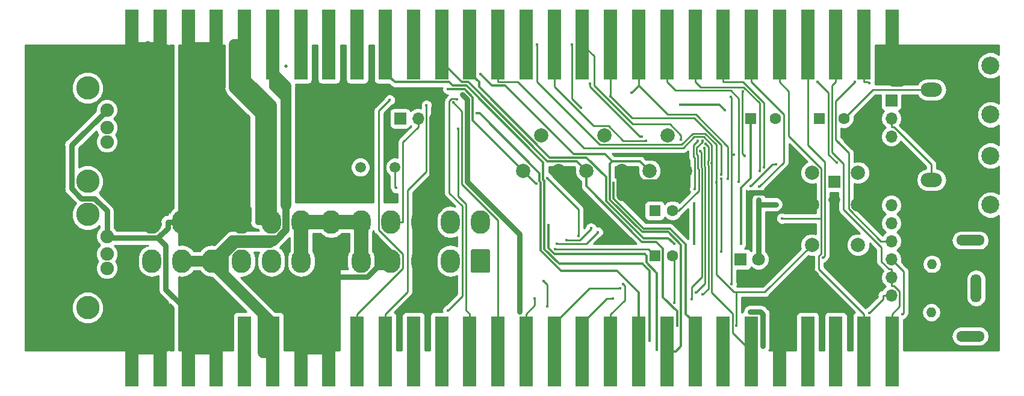
<source format=gbr>
G04 #@! TF.GenerationSoftware,KiCad,Pcbnew,(5.0.1-3-g963ef8bb5)*
G04 #@! TF.CreationDate,2021-12-01T04:01:33+09:00*
G04 #@! TF.ProjectId,Jasmin,4A61736D696E2E6B696361645F706362,rev?*
G04 #@! TF.SameCoordinates,Original*
G04 #@! TF.FileFunction,Copper,L2,Bot,Signal*
G04 #@! TF.FilePolarity,Positive*
%FSLAX46Y46*%
G04 Gerber Fmt 4.6, Leading zero omitted, Abs format (unit mm)*
G04 Created by KiCad (PCBNEW (5.0.1-3-g963ef8bb5)) date 2021 December 01, Wednesday 04:01:33*
%MOMM*%
%LPD*%
G01*
G04 APERTURE LIST*
G04 #@! TA.AperFunction,SMDPad,CuDef*
%ADD10R,1.980000X9.900000*%
G04 #@! TD*
G04 #@! TA.AperFunction,Conductor*
%ADD11C,0.100000*%
G04 #@! TD*
G04 #@! TA.AperFunction,ComponentPad*
%ADD12C,2.700000*%
G04 #@! TD*
G04 #@! TA.AperFunction,ComponentPad*
%ADD13O,2.700000X3.300000*%
G04 #@! TD*
G04 #@! TA.AperFunction,ComponentPad*
%ADD14R,1.600000X1.600000*%
G04 #@! TD*
G04 #@! TA.AperFunction,ComponentPad*
%ADD15C,1.600000*%
G04 #@! TD*
G04 #@! TA.AperFunction,ComponentPad*
%ADD16R,1.800000X1.800000*%
G04 #@! TD*
G04 #@! TA.AperFunction,ComponentPad*
%ADD17C,1.800000*%
G04 #@! TD*
G04 #@! TA.AperFunction,ComponentPad*
%ADD18R,1.700000X1.700000*%
G04 #@! TD*
G04 #@! TA.AperFunction,ComponentPad*
%ADD19O,1.700000X1.700000*%
G04 #@! TD*
G04 #@! TA.AperFunction,ComponentPad*
%ADD20C,1.900000*%
G04 #@! TD*
G04 #@! TA.AperFunction,ComponentPad*
%ADD21C,3.300000*%
G04 #@! TD*
G04 #@! TA.AperFunction,ComponentPad*
%ADD22O,1.400000X1.400000*%
G04 #@! TD*
G04 #@! TA.AperFunction,ComponentPad*
%ADD23O,1.500000X4.000000*%
G04 #@! TD*
G04 #@! TA.AperFunction,ComponentPad*
%ADD24O,4.000000X1.500000*%
G04 #@! TD*
G04 #@! TA.AperFunction,ComponentPad*
%ADD25C,2.000000*%
G04 #@! TD*
G04 #@! TA.AperFunction,ComponentPad*
%ADD26C,1.500000*%
G04 #@! TD*
G04 #@! TA.AperFunction,ComponentPad*
%ADD27C,2.510000*%
G04 #@! TD*
G04 #@! TA.AperFunction,ComponentPad*
%ADD28O,2.000000X3.000000*%
G04 #@! TD*
G04 #@! TA.AperFunction,ComponentPad*
%ADD29O,3.000000X2.000000*%
G04 #@! TD*
G04 #@! TA.AperFunction,ViaPad*
%ADD30C,0.400000*%
G04 #@! TD*
G04 #@! TA.AperFunction,ViaPad*
%ADD31C,0.500000*%
G04 #@! TD*
G04 #@! TA.AperFunction,Conductor*
%ADD32C,0.800000*%
G04 #@! TD*
G04 #@! TA.AperFunction,Conductor*
%ADD33C,2.000000*%
G04 #@! TD*
G04 #@! TA.AperFunction,Conductor*
%ADD34C,1.500000*%
G04 #@! TD*
G04 #@! TA.AperFunction,Conductor*
%ADD35C,0.300000*%
G04 #@! TD*
G04 #@! TA.AperFunction,Conductor*
%ADD36C,0.250000*%
G04 #@! TD*
G04 #@! TA.AperFunction,Conductor*
%ADD37C,1.000000*%
G04 #@! TD*
G04 #@! TA.AperFunction,Conductor*
%ADD38C,0.254000*%
G04 #@! TD*
G04 APERTURE END LIST*
D10*
G04 #@! TO.P,J8,b5*
G04 #@! TO.N,GND*
X192560000Y-77470000D03*
G04 #@! TO.P,J8,b6*
G04 #@! TO.N,/SVC*
X188600000Y-77470000D03*
G04 #@! TO.P,J8,b7*
G04 #@! TO.N,N/C*
X184640000Y-77470000D03*
G04 #@! TO.P,J8,b8*
G04 #@! TO.N,/R*
X180680000Y-77470000D03*
G04 #@! TO.P,J8,b9*
G04 #@! TO.N,/B*
X176720000Y-77470000D03*
G04 #@! TO.P,J8,b10*
G04 #@! TO.N,/S+*
X172760000Y-77470000D03*
G04 #@! TO.P,J8,b11*
G04 #@! TO.N,/1P1*
X168800000Y-77470000D03*
G04 #@! TO.P,J8,b12*
G04 #@! TO.N,/1PR*
X164840000Y-77470000D03*
G04 #@! TO.P,J8,b13*
G04 #@! TO.N,/1PL*
X160880000Y-77470000D03*
G04 #@! TO.P,J8,b14*
G04 #@! TO.N,/1PD*
X156920000Y-77470000D03*
G04 #@! TO.P,J8,b15*
G04 #@! TO.N,/1PU*
X152960000Y-77470000D03*
G04 #@! TO.P,J8,b16*
G04 #@! TO.N,/1PS*
X149000000Y-77470000D03*
G04 #@! TO.P,J8,b17*
G04 #@! TO.N,N/C*
X145040000Y-77470000D03*
G04 #@! TO.P,J8,b18*
X141080000Y-77470000D03*
G04 #@! TO.P,J8,b20*
G04 #@! TO.N,/2PD*
X133160000Y-77470000D03*
G04 #@! TO.P,J8,b19*
G04 #@! TO.N,/2PU*
X137120000Y-77470000D03*
G04 #@! TO.P,J8,b21*
G04 #@! TO.N,VCC*
X129200000Y-77470000D03*
G04 #@! TO.P,J8,b22*
X125240000Y-77470000D03*
G04 #@! TO.P,J8,b23*
G04 #@! TO.N,/12V*
X121280000Y-77470000D03*
G04 #@! TO.P,J8,b24*
G04 #@! TO.N,N/C*
X117320000Y-77470000D03*
G04 #@! TO.P,J8,b4*
X196520000Y-77470000D03*
G04 #@! TO.P,J8,b3*
X200480000Y-77470000D03*
G04 #@! TO.P,J8,b2*
G04 #@! TO.N,/2P3*
X204440000Y-77470000D03*
G04 #@! TO.P,J8,b1*
G04 #@! TO.N,/2P5*
X208400000Y-77470000D03*
G04 #@! TO.P,J8,b25*
G04 #@! TO.N,VCC*
X113360000Y-77470000D03*
G04 #@! TO.P,J8,b26*
X109400000Y-77470000D03*
G04 #@! TO.P,J8,b27*
G04 #@! TO.N,GND*
X105440000Y-77470000D03*
G04 #@! TO.P,J8,b28*
X101480000Y-77470000D03*
G04 #@! TD*
D11*
G04 #@! TO.N,N/C*
G04 #@! TO.C,J3*
G36*
X151619503Y-63121204D02*
X151643772Y-63124804D01*
X151667570Y-63130765D01*
X151690670Y-63139030D01*
X151712849Y-63149520D01*
X151733892Y-63162133D01*
X151753598Y-63176748D01*
X151771776Y-63193224D01*
X151788252Y-63211402D01*
X151802867Y-63231108D01*
X151815480Y-63252151D01*
X151825970Y-63274330D01*
X151834235Y-63297430D01*
X151840196Y-63321228D01*
X151843796Y-63345497D01*
X151845000Y-63370001D01*
X151845000Y-66169999D01*
X151843796Y-66194503D01*
X151840196Y-66218772D01*
X151834235Y-66242570D01*
X151825970Y-66265670D01*
X151815480Y-66287849D01*
X151802867Y-66308892D01*
X151788252Y-66328598D01*
X151771776Y-66346776D01*
X151753598Y-66363252D01*
X151733892Y-66377867D01*
X151712849Y-66390480D01*
X151690670Y-66400970D01*
X151667570Y-66409235D01*
X151643772Y-66415196D01*
X151619503Y-66418796D01*
X151594999Y-66420000D01*
X149395001Y-66420000D01*
X149370497Y-66418796D01*
X149346228Y-66415196D01*
X149322430Y-66409235D01*
X149299330Y-66400970D01*
X149277151Y-66390480D01*
X149256108Y-66377867D01*
X149236402Y-66363252D01*
X149218224Y-66346776D01*
X149201748Y-66328598D01*
X149187133Y-66308892D01*
X149174520Y-66287849D01*
X149164030Y-66265670D01*
X149155765Y-66242570D01*
X149149804Y-66218772D01*
X149146204Y-66194503D01*
X149145000Y-66169999D01*
X149145000Y-63370001D01*
X149146204Y-63345497D01*
X149149804Y-63321228D01*
X149155765Y-63297430D01*
X149164030Y-63274330D01*
X149174520Y-63252151D01*
X149187133Y-63231108D01*
X149201748Y-63211402D01*
X149218224Y-63193224D01*
X149236402Y-63176748D01*
X149256108Y-63162133D01*
X149277151Y-63149520D01*
X149299330Y-63139030D01*
X149322430Y-63130765D01*
X149346228Y-63124804D01*
X149370497Y-63121204D01*
X149395001Y-63120000D01*
X151594999Y-63120000D01*
X151619503Y-63121204D01*
X151619503Y-63121204D01*
G37*
D12*
G04 #@! TD*
G04 #@! TO.P,J3,1*
G04 #@! TO.N,N/C*
X150495000Y-64770000D03*
D13*
G04 #@! TO.P,J3,2*
G04 #@! TO.N,N/C*
X146295000Y-64770000D03*
G04 #@! TO.P,J3,3*
G04 #@! TO.N,GND*
X142095000Y-64770000D03*
G04 #@! TO.P,J3,4*
G04 #@! TO.N,VCC*
X137895000Y-64770000D03*
G04 #@! TO.P,J3,5*
G04 #@! TO.N,GND*
X133695000Y-64770000D03*
G04 #@! TO.P,J3,6*
G04 #@! TO.N,VCC*
X129495000Y-64770000D03*
G04 #@! TO.P,J3,7*
G04 #@! TO.N,GND*
X125295000Y-64770000D03*
G04 #@! TO.P,J3,8*
G04 #@! TO.N,N/C*
X121095000Y-64770000D03*
G04 #@! TO.P,J3,9*
X116895000Y-64770000D03*
G04 #@! TO.P,J3,10*
G04 #@! TO.N,/12V*
X112695000Y-64770000D03*
G04 #@! TO.P,J3,11*
X108495000Y-64770000D03*
G04 #@! TO.P,J3,12*
G04 #@! TO.N,N/C*
X104295000Y-64770000D03*
G04 #@! TO.P,J3,13*
X150495000Y-59270000D03*
G04 #@! TO.P,J3,14*
X146295000Y-59270000D03*
G04 #@! TO.P,J3,15*
G04 #@! TO.N,GND*
X142095000Y-59270000D03*
G04 #@! TO.P,J3,16*
G04 #@! TO.N,/PON*
X137895000Y-59270000D03*
G04 #@! TO.P,J3,17*
G04 #@! TO.N,GND*
X133695000Y-59270000D03*
G04 #@! TO.P,J3,18*
X129495000Y-59270000D03*
G04 #@! TO.P,J3,19*
X125295000Y-59270000D03*
G04 #@! TO.P,J3,20*
G04 #@! TO.N,/-5V*
X121095000Y-59270000D03*
G04 #@! TO.P,J3,21*
G04 #@! TO.N,VCC*
X116895000Y-59270000D03*
G04 #@! TO.P,J3,22*
X112695000Y-59270000D03*
G04 #@! TO.P,J3,23*
X108495000Y-59270000D03*
G04 #@! TO.P,J3,24*
G04 #@! TO.N,GND*
X104295000Y-59270000D03*
G04 #@! TD*
D14*
G04 #@! TO.P,C9,1*
G04 #@! TO.N,Net-(C9-Pad1)*
X175006000Y-57658000D03*
D15*
G04 #@! TO.P,C9,2*
G04 #@! TO.N,Net-(C9-Pad2)*
X177506000Y-57658000D03*
G04 #@! TD*
G04 #@! TO.P,C10,2*
G04 #@! TO.N,Net-(C10-Pad2)*
X177506000Y-64008000D03*
D14*
G04 #@! TO.P,C10,1*
G04 #@! TO.N,Net-(C10-Pad1)*
X175006000Y-64008000D03*
G04 #@! TD*
D16*
G04 #@! TO.P,D1,1*
G04 #@! TO.N,Net-(D1-Pad1)*
X187071000Y-64516000D03*
D17*
G04 #@! TO.P,D1,2*
G04 #@! TO.N,VCC*
X189611000Y-64516000D03*
G04 #@! TD*
D18*
G04 #@! TO.P,J1,1*
G04 #@! TO.N,GND*
X208280000Y-54356000D03*
D19*
G04 #@! TO.P,J1,2*
G04 #@! TO.N,/1P4*
X208280000Y-56896000D03*
G04 #@! TO.P,J1,3*
G04 #@! TO.N,/1P5*
X208280000Y-59436000D03*
G04 #@! TO.P,J1,4*
G04 #@! TO.N,/1P6*
X208280000Y-61976000D03*
G04 #@! TO.P,J1,5*
G04 #@! TO.N,/2P4*
X208280000Y-64516000D03*
G04 #@! TO.P,J1,6*
G04 #@! TO.N,/2P5*
X208280000Y-67056000D03*
G04 #@! TO.P,J1,7*
G04 #@! TO.N,/2P6*
X208280000Y-69596000D03*
G04 #@! TD*
D10*
G04 #@! TO.P,J2,b28*
G04 #@! TO.N,GND*
X208400000Y-34290000D03*
G04 #@! TO.P,J2,b27*
G04 #@! TO.N,/2P6*
X204440000Y-34290000D03*
G04 #@! TO.P,J2,b26*
G04 #@! TO.N,/2P5*
X200480000Y-34290000D03*
G04 #@! TO.P,J2,b25*
G04 #@! TO.N,/2P4*
X196520000Y-34290000D03*
G04 #@! TO.P,J2,b1*
G04 #@! TO.N,GND*
X101480000Y-34290000D03*
G04 #@! TO.P,J2,b2*
X105440000Y-34290000D03*
G04 #@! TO.P,J2,b3*
G04 #@! TO.N,VCC*
X109400000Y-34290000D03*
G04 #@! TO.P,J2,b4*
X113360000Y-34290000D03*
G04 #@! TO.P,J2,b24*
G04 #@! TO.N,/2P3*
X192560000Y-34290000D03*
G04 #@! TO.P,J2,b23*
G04 #@! TO.N,/2P2*
X188600000Y-34290000D03*
G04 #@! TO.P,J2,b22*
G04 #@! TO.N,/2P1*
X184640000Y-34290000D03*
G04 #@! TO.P,J2,b21*
G04 #@! TO.N,/2PR*
X180680000Y-34290000D03*
G04 #@! TO.P,J2,b19*
G04 #@! TO.N,/2PD*
X172760000Y-34290000D03*
G04 #@! TO.P,J2,b20*
G04 #@! TO.N,/2PL*
X176720000Y-34290000D03*
G04 #@! TO.P,J2,b18*
G04 #@! TO.N,/2PU*
X168800000Y-34290000D03*
G04 #@! TO.P,J2,b17*
G04 #@! TO.N,/2PS*
X164840000Y-34290000D03*
G04 #@! TO.P,J2,b16*
G04 #@! TO.N,/2PC*
X160880000Y-34290000D03*
G04 #@! TO.P,J2,b15*
G04 #@! TO.N,N/C*
X156920000Y-34290000D03*
G04 #@! TO.P,J2,b14*
G04 #@! TO.N,/SVC*
X152960000Y-34290000D03*
G04 #@! TO.P,J2,b13*
G04 #@! TO.N,/CSYNC*
X149000000Y-34290000D03*
G04 #@! TO.P,J2,b12*
G04 #@! TO.N,/G*
X145040000Y-34290000D03*
G04 #@! TO.P,J2,b11*
G04 #@! TO.N,N/C*
X141080000Y-34290000D03*
G04 #@! TO.P,J2,b10*
G04 #@! TO.N,/S-*
X137120000Y-34290000D03*
G04 #@! TO.P,J2,b9*
G04 #@! TO.N,N/C*
X133160000Y-34290000D03*
G04 #@! TO.P,J2,b8*
X129200000Y-34290000D03*
G04 #@! TO.P,J2,b7*
X125240000Y-34290000D03*
G04 #@! TO.P,J2,b6*
G04 #@! TO.N,/12V*
X121280000Y-34290000D03*
G04 #@! TO.P,J2,b5*
G04 #@! TO.N,/-5V*
X117320000Y-34290000D03*
G04 #@! TD*
D18*
G04 #@! TO.P,J4,1*
G04 #@! TO.N,/TXD*
X200279000Y-53594000D03*
D19*
G04 #@! TO.P,J4,2*
G04 #@! TO.N,GND*
X200279000Y-56134000D03*
G04 #@! TD*
D20*
G04 #@! TO.P,J5,4*
G04 #@! TO.N,GND*
X97960000Y-50490000D03*
G04 #@! TO.P,J5,3*
G04 #@! TO.N,/H1_DP*
X97960000Y-47990000D03*
G04 #@! TO.P,J5,2*
G04 #@! TO.N,/H1_DM*
X97960000Y-45990000D03*
G04 #@! TO.P,J5,1*
G04 #@! TO.N,VCC*
X97960000Y-43490000D03*
D21*
G04 #@! TO.P,J5,SH*
G04 #@! TO.N,N/C*
X95250000Y-53560000D03*
X95250000Y-40420000D03*
G04 #@! TD*
G04 #@! TO.P,J6,SH*
G04 #@! TO.N,N/C*
X95250000Y-58200000D03*
X95250000Y-71340000D03*
D20*
G04 #@! TO.P,J6,1*
G04 #@! TO.N,VCC*
X97960000Y-61270000D03*
G04 #@! TO.P,J6,2*
G04 #@! TO.N,/H2_DM*
X97960000Y-63770000D03*
G04 #@! TO.P,J6,3*
G04 #@! TO.N,/H2_DP*
X97960000Y-65770000D03*
G04 #@! TO.P,J6,4*
G04 #@! TO.N,GND*
X97960000Y-68270000D03*
G04 #@! TD*
D22*
G04 #@! TO.P,J9,2*
G04 #@! TO.N,GND*
X216408000Y-71980000D03*
G04 #@! TO.P,J9,1*
X216408000Y-65180000D03*
G04 #@! TO.P,J9,3*
G04 #@! TO.N,/S_Y*
X214008000Y-65180000D03*
G04 #@! TO.P,J9,4*
G04 #@! TO.N,/S_C*
X213908000Y-71980000D03*
D23*
G04 #@! TO.P,J9,*
G04 #@! TO.N,*
X220208000Y-68580000D03*
D24*
X219408000Y-75330000D03*
X219408000Y-61830000D03*
G04 #@! TD*
D25*
G04 #@! TO.P,RV1,2*
G04 #@! TO.N,Net-(C5-Pad2)*
X159004000Y-47070000D03*
G04 #@! TO.P,RV1,3*
G04 #@! TO.N,GND*
X161504000Y-52070000D03*
G04 #@! TO.P,RV1,1*
G04 #@! TO.N,/R*
X156504000Y-52070000D03*
G04 #@! TD*
G04 #@! TO.P,RV2,1*
G04 #@! TO.N,/G*
X165394000Y-52070000D03*
G04 #@! TO.P,RV2,3*
G04 #@! TO.N,GND*
X170394000Y-52070000D03*
G04 #@! TO.P,RV2,2*
G04 #@! TO.N,Net-(C6-Pad2)*
X167894000Y-47070000D03*
G04 #@! TD*
G04 #@! TO.P,RV3,2*
G04 #@! TO.N,Net-(C7-Pad2)*
X176784000Y-47070000D03*
G04 #@! TO.P,RV3,3*
G04 #@! TO.N,GND*
X179284000Y-52070000D03*
G04 #@! TO.P,RV3,1*
G04 #@! TO.N,/B*
X174284000Y-52070000D03*
G04 #@! TD*
G04 #@! TO.P,SW1,2*
G04 #@! TO.N,GND*
X197104000Y-56824000D03*
G04 #@! TO.P,SW1,1*
G04 #@! TO.N,/BOOT*
X197104000Y-52324000D03*
G04 #@! TO.P,SW1,2*
G04 #@! TO.N,GND*
X203604000Y-56824000D03*
G04 #@! TO.P,SW1,1*
G04 #@! TO.N,/BOOT*
X203604000Y-52324000D03*
G04 #@! TD*
G04 #@! TO.P,SW2,1*
G04 #@! TO.N,/TEST*
X203604000Y-62484000D03*
G04 #@! TO.P,SW2,2*
G04 #@! TO.N,GND*
X203604000Y-66984000D03*
G04 #@! TO.P,SW2,1*
G04 #@! TO.N,/TEST*
X197104000Y-62484000D03*
G04 #@! TO.P,SW2,2*
G04 #@! TO.N,GND*
X197104000Y-66984000D03*
G04 #@! TD*
D26*
G04 #@! TO.P,Y1,1*
G04 #@! TO.N,Net-(C3-Pad1)*
X133604000Y-51562000D03*
G04 #@! TO.P,Y1,2*
G04 #@! TO.N,/SCin*
X138484000Y-51562000D03*
G04 #@! TD*
D14*
G04 #@! TO.P,C13,1*
G04 #@! TO.N,/S-*
X188468000Y-44704000D03*
D15*
G04 #@! TO.P,C13,2*
G04 #@! TO.N,Net-(C13-Pad2)*
X191968000Y-44704000D03*
G04 #@! TD*
G04 #@! TO.P,C14,2*
G04 #@! TO.N,Net-(C14-Pad2)*
X201620000Y-44704000D03*
D14*
G04 #@! TO.P,C14,1*
G04 #@! TO.N,/S+*
X198120000Y-44704000D03*
G04 #@! TD*
D18*
G04 #@! TO.P,SW3,1*
G04 #@! TO.N,N/C*
X139192000Y-44704000D03*
D19*
G04 #@! TO.P,SW3,2*
G04 #@! TO.N,/PON*
X141732000Y-44704000D03*
G04 #@! TO.P,SW3,3*
G04 #@! TO.N,GND*
X144272000Y-44704000D03*
G04 #@! TD*
G04 #@! TO.P,SW4,3*
G04 #@! TO.N,Net-(C13-Pad2)*
X208280000Y-47244000D03*
G04 #@! TO.P,SW4,2*
G04 #@! TO.N,Net-(J10-Pad1)*
X208280000Y-44704000D03*
D18*
G04 #@! TO.P,SW4,1*
G04 #@! TO.N,/VIDEO*
X208280000Y-42164000D03*
G04 #@! TD*
D27*
G04 #@! TO.P,J7,*
G04 #@! TO.N,*
X222225000Y-37240000D03*
X222225000Y-44140000D03*
D28*
G04 #@! TO.P,J7,2*
G04 #@! TO.N,GND*
X220025000Y-40640000D03*
D29*
G04 #@! TO.P,J7,1*
G04 #@! TO.N,Net-(C14-Pad2)*
X213925000Y-40640000D03*
G04 #@! TD*
D27*
G04 #@! TO.P,J10,*
G04 #@! TO.N,*
X222225000Y-49940000D03*
X222225000Y-56840000D03*
D28*
G04 #@! TO.P,J10,2*
G04 #@! TO.N,GND*
X220025000Y-53340000D03*
D29*
G04 #@! TO.P,J10,1*
G04 #@! TO.N,Net-(J10-Pad1)*
X213925000Y-53340000D03*
G04 #@! TD*
D30*
G04 #@! TO.N,GND*
X105664000Y-37592000D03*
D31*
X144045300Y-52283900D03*
X195106300Y-53422700D03*
X188362000Y-55122000D03*
X170394000Y-55552900D03*
X103713700Y-34131200D03*
D30*
X106426000Y-48260000D03*
X106426000Y-51308000D03*
X101600000Y-40894000D03*
X90678000Y-43942000D03*
X90678000Y-48768000D03*
X90678000Y-61468000D03*
X90678000Y-65278000D03*
X105410000Y-71120000D03*
X101480000Y-69596000D03*
D31*
X125730000Y-49530000D03*
X125730000Y-53340000D03*
X130302000Y-53340000D03*
X130302000Y-49530000D03*
X144045300Y-46736000D03*
X163322000Y-52324000D03*
X214884000Y-44704000D03*
X216408000Y-36576000D03*
X210940000Y-36830000D03*
X214884000Y-57142800D03*
X218948000Y-58674000D03*
X143002000Y-68735010D03*
X146558000Y-68720957D03*
D30*
G04 #@! TO.N,/S-*
X174245300Y-75984700D03*
X187114800Y-62333100D03*
X173260400Y-65158400D03*
G04 #@! TO.N,/2PC*
X173758000Y-47822600D03*
G04 #@! TO.N,/2PS*
X178687200Y-47689400D03*
G04 #@! TO.N,/2PU*
X184392300Y-52596600D03*
X142907400Y-42854200D03*
X168800000Y-41592800D03*
G04 #@! TO.N,/2PL*
X186855100Y-53647400D03*
G04 #@! TO.N,/2PD*
X185308100Y-53178400D03*
X137730600Y-42102500D03*
X171739900Y-41067500D03*
G04 #@! TO.N,/2PR*
X189754700Y-52078900D03*
G04 #@! TO.N,/2P1*
X190398400Y-51546100D03*
G04 #@! TO.N,/2P2*
X189710300Y-54311100D03*
G04 #@! TO.N,/2P3*
X192876700Y-58746700D03*
G04 #@! TO.N,/2P4*
X209811200Y-72194700D03*
X198643900Y-64258900D03*
G04 #@! TO.N,/S+*
X178637400Y-42749600D03*
X184890900Y-43529100D03*
X149951200Y-43978700D03*
D31*
G04 #@! TO.N,/VGND*
X147949900Y-41359000D03*
X155985300Y-71919700D03*
X188464600Y-71919700D03*
X190206100Y-76744700D03*
D30*
G04 #@! TO.N,/1PC*
X145947300Y-71686800D03*
X147168600Y-42005700D03*
X165921400Y-39828600D03*
X173224200Y-47233300D03*
G04 #@! TO.N,/1PS*
X147346900Y-46179100D03*
X163392700Y-34290000D03*
X164594800Y-43163500D03*
G04 #@! TO.N,/1PU*
X146676900Y-42468200D03*
G04 #@! TO.N,/1PD*
X181430100Y-49315700D03*
X158137700Y-70034000D03*
X180210078Y-70099660D03*
G04 #@! TO.N,/1PL*
X182030500Y-48881800D03*
X170136762Y-68569609D03*
X180812398Y-69183616D03*
G04 #@! TO.N,/1PR*
X181735500Y-69460100D03*
X182178400Y-48281400D03*
X169080302Y-70040386D03*
G04 #@! TO.N,/1P1*
X186170700Y-49781500D03*
X185733900Y-41694000D03*
X185799300Y-68016022D03*
X170583100Y-68016022D03*
G04 #@! TO.N,/1P2*
X187380500Y-40941500D03*
X187689200Y-49957400D03*
G04 #@! TO.N,/1P3*
X180663200Y-54622000D03*
X181088800Y-47811900D03*
G04 #@! TO.N,/1P4*
X197940500Y-39565300D03*
X200583500Y-50927900D03*
G04 #@! TO.N,/1P6*
X203178900Y-39565300D03*
X200887700Y-48130000D03*
G04 #@! TO.N,/2P6*
X205168000Y-72039300D03*
X205168000Y-39758900D03*
G04 #@! TO.N,/SVC*
X183041500Y-50946900D03*
G04 #@! TO.N,/TEST*
X186499500Y-73811900D03*
X158424100Y-34290000D03*
X183664800Y-53668800D03*
G04 #@! TO.N,/BOOT*
X192094000Y-51181800D03*
X188500100Y-54234300D03*
D31*
G04 #@! TO.N,VCC*
X192036300Y-56783000D03*
X189642200Y-56122000D03*
D30*
X109220000Y-42926000D03*
X113538000Y-42926000D03*
X116586000Y-44704000D03*
G04 #@! TO.N,/SCin*
X138643700Y-54486500D03*
G04 #@! TO.N,Net-(C9-Pad1)*
X166033100Y-60126800D03*
X162617700Y-61781100D03*
G04 #@! TO.N,Net-(C9-Pad2)*
X181711800Y-47814700D03*
G04 #@! TO.N,Net-(C10-Pad2)*
X177749000Y-70651200D03*
G04 #@! TO.N,Net-(C10-Pad1)*
X161027900Y-63095400D03*
G04 #@! TO.N,Net-(C11-Pad1)*
X159374200Y-67535800D03*
X159912200Y-71111000D03*
G04 #@! TO.N,/B*
X150485300Y-38424000D03*
G04 #@! TO.N,/R*
X145947300Y-40572600D03*
X158384669Y-53869793D03*
X169243990Y-53778895D03*
D31*
G04 #@! TO.N,/12V*
X121318800Y-39840300D03*
X119888000Y-77216000D03*
D30*
X119888000Y-74422000D03*
X120160000Y-72390000D03*
X121280000Y-74168000D03*
X123145010Y-40132000D03*
X123045400Y-41566900D03*
D31*
X123145010Y-37338000D03*
G04 #@! TO.N,/-5V*
X115858300Y-34290000D03*
X117320000Y-40740000D03*
X117320000Y-38862000D03*
X116078000Y-39116000D03*
X116748300Y-37338000D03*
D30*
G04 #@! TO.N,/CSYNC*
X160036400Y-59660300D03*
X180523200Y-56622000D03*
X180523200Y-62333100D03*
X177749000Y-62333100D03*
X173567200Y-63740900D03*
X175328500Y-77236600D03*
G04 #@! TO.N,/G*
X178141200Y-73848500D03*
G04 #@! TO.N,/H1_DM*
X164289800Y-61211500D03*
X159882256Y-53079011D03*
G04 #@! TO.N,/H2_DP*
X161256400Y-62315100D03*
X166986400Y-60698300D03*
G04 #@! TO.N,/LED*
X184392400Y-63453700D03*
X184392400Y-53215700D03*
G04 #@! TD*
D32*
G04 #@! TO.N,GND*
X220025000Y-40640000D02*
X220025000Y-38539700D01*
X220025000Y-38539700D02*
X210992700Y-38539700D01*
X210992700Y-38539700D02*
X209692100Y-39840300D01*
X209692100Y-39840300D02*
X208400000Y-39840300D01*
X220025000Y-53340000D02*
X220025000Y-40640000D01*
X208400000Y-34290000D02*
X208400000Y-39840300D01*
X216408000Y-57142800D02*
X218322500Y-57142800D01*
X218322500Y-57142800D02*
X220025000Y-55440300D01*
X209730300Y-54356000D02*
X212517100Y-57142800D01*
X212517100Y-57142800D02*
X214884000Y-57142800D01*
X216408000Y-57142800D02*
X216408000Y-63879700D01*
X220025000Y-53340000D02*
X220025000Y-55440300D01*
X216408000Y-65180000D02*
X216408000Y-63879700D01*
X208280000Y-54356000D02*
X209730300Y-54356000D01*
X203604000Y-56824000D02*
X206072000Y-54356000D01*
X206072000Y-54356000D02*
X208280000Y-54356000D01*
X144045300Y-52283900D02*
X144045300Y-46736000D01*
X144045300Y-46381000D02*
X144272000Y-46154300D01*
X144045300Y-59270000D02*
X144045300Y-52283900D01*
X144272000Y-44704000D02*
X144272000Y-46154300D01*
X142095000Y-59270000D02*
X144045300Y-59270000D01*
X133695000Y-59270000D02*
X131445300Y-59270000D01*
X129495000Y-59270000D02*
X131445300Y-59270000D01*
X100677400Y-50490000D02*
X100677400Y-40642900D01*
X100677400Y-40642900D02*
X101480000Y-39840300D01*
X102344700Y-59270000D02*
X102344700Y-52157300D01*
X102344700Y-52157300D02*
X100677400Y-50490000D01*
X100677400Y-50490000D02*
X97960000Y-50490000D01*
X101480000Y-34290000D02*
X101480000Y-39840300D01*
X104295000Y-59270000D02*
X102344700Y-59270000D01*
X101480000Y-77470000D02*
X101480000Y-71919700D01*
X97960000Y-68270000D02*
X97960000Y-68399700D01*
X97960000Y-68399700D02*
X101480000Y-71919700D01*
X195106300Y-55121600D02*
X188362400Y-55121600D01*
X188362400Y-55121600D02*
X188362000Y-55122000D01*
X195106300Y-55121600D02*
X195106300Y-53422700D01*
X195106300Y-55121600D02*
X195401600Y-55121600D01*
X195401600Y-55121600D02*
X197104000Y-56824000D01*
X170394000Y-55552900D02*
X170394000Y-53670400D01*
X170394000Y-53670400D02*
X177683600Y-53670400D01*
X177683600Y-53670400D02*
X179284000Y-52070000D01*
X170394000Y-52070000D02*
X170394000Y-53670400D01*
X103713700Y-34290000D02*
X101480000Y-34290000D01*
X105440000Y-34290000D02*
X103713700Y-34290000D01*
X103713700Y-34290000D02*
X103713700Y-34131200D01*
X101480000Y-77470000D02*
X105440000Y-77470000D01*
X197104000Y-66984000D02*
X192560000Y-71528000D01*
X192560000Y-71528000D02*
X192560000Y-77470000D01*
X216408000Y-65180000D02*
X216408000Y-71980000D01*
X203604000Y-66984000D02*
X200279000Y-63659000D01*
X200279000Y-63659000D02*
X200279000Y-56134000D01*
D33*
X125295000Y-64770000D02*
X125295000Y-59270000D01*
X125295000Y-59270000D02*
X133695000Y-59270000D01*
X133695000Y-64770000D02*
X133695000Y-59270000D01*
X142095000Y-64770000D02*
X142095000Y-59270000D01*
X144272000Y-57093000D02*
X144272000Y-44704000D01*
X142095000Y-59270000D02*
X144272000Y-57093000D01*
D34*
X170394000Y-55552900D02*
X170394000Y-52070000D01*
X177333999Y-54020001D02*
X172344001Y-54020001D01*
X171393999Y-53069999D02*
X170394000Y-52070000D01*
X172344001Y-54020001D02*
X171393999Y-53069999D01*
X179284000Y-52070000D02*
X177333999Y-54020001D01*
D32*
X144045300Y-46736000D02*
X144045300Y-46381000D01*
X214884000Y-57142800D02*
X216408000Y-57142800D01*
D35*
G04 #@! TO.N,/S-*
X188468000Y-44704000D02*
X188468000Y-53130600D01*
X188468000Y-53130600D02*
X187114800Y-54483800D01*
X187114800Y-54483800D02*
X187114800Y-62333100D01*
X174245300Y-66143300D02*
X174245300Y-75984700D01*
X159332254Y-53343013D02*
X159447400Y-53458159D01*
X146566000Y-40090700D02*
X148540500Y-40090700D01*
X159332254Y-50882454D02*
X159332254Y-53343013D01*
X138460300Y-39590300D02*
X146065600Y-39590300D01*
X172977558Y-65158400D02*
X173260400Y-65158400D01*
X148540500Y-40090700D02*
X159332254Y-50882454D01*
X161556700Y-65158400D02*
X172977558Y-65158400D01*
X159447400Y-53458159D02*
X159447400Y-63049100D01*
X137120000Y-38250000D02*
X138460300Y-39590300D01*
X137120000Y-34290000D02*
X137120000Y-38250000D01*
X173260400Y-65158400D02*
X174245300Y-66143300D01*
X159447400Y-63049100D02*
X161556700Y-65158400D01*
X146065600Y-39590300D02*
X146566000Y-40090700D01*
D36*
G04 #@! TO.N,/2PC*
X160880000Y-34290000D02*
X160880000Y-40237900D01*
X160880000Y-40237900D02*
X166386700Y-45744600D01*
X166386700Y-45744600D02*
X168500600Y-45744600D01*
X168500600Y-45744600D02*
X170578600Y-47822600D01*
X170578600Y-47822600D02*
X173758000Y-47822600D01*
G04 #@! TO.N,/2PS*
X164840000Y-34290000D02*
X166473600Y-35923600D01*
X166473600Y-35923600D02*
X166473600Y-40082300D01*
X166473600Y-40082300D02*
X171893100Y-45501800D01*
X171893100Y-45501800D02*
X177130400Y-45501800D01*
X177130400Y-45501800D02*
X178687200Y-47058600D01*
X178687200Y-47058600D02*
X178687200Y-47689400D01*
G04 #@! TO.N,/2PU*
X168800000Y-41592800D02*
X171808400Y-44601200D01*
X171808400Y-44601200D02*
X180567100Y-44601200D01*
X180567100Y-44601200D02*
X184392300Y-48426400D01*
X184392300Y-48426400D02*
X184392300Y-52596600D01*
X137120000Y-77470000D02*
X137120000Y-72194700D01*
X137120000Y-72194700D02*
X140222500Y-69092200D01*
X140222500Y-69092200D02*
X140222500Y-54814800D01*
X140222500Y-54814800D02*
X142907400Y-52129900D01*
X142907400Y-52129900D02*
X142907400Y-42854200D01*
X168800000Y-34290000D02*
X168800000Y-41592800D01*
G04 #@! TO.N,/2PL*
X186855100Y-53647400D02*
X186855100Y-41951500D01*
X186855100Y-41951500D02*
X185681500Y-40777900D01*
X185681500Y-40777900D02*
X177932600Y-40777900D01*
X177932600Y-40777900D02*
X176720000Y-39565300D01*
X176720000Y-34290000D02*
X176720000Y-39565300D01*
G04 #@! TO.N,/2PD*
X185308100Y-53178400D02*
X185308100Y-48691300D01*
X185308100Y-48691300D02*
X180767600Y-44150800D01*
X180767600Y-44150800D02*
X176863400Y-44150800D01*
X176863400Y-44150800D02*
X172760000Y-40047400D01*
X172760000Y-40047400D02*
X171739900Y-41067500D01*
X172760000Y-34290000D02*
X172760000Y-40047400D01*
X133160000Y-77470000D02*
X133160000Y-72194700D01*
X133160000Y-72194700D02*
X139570400Y-65784300D01*
X139570400Y-65784300D02*
X139570400Y-63758500D01*
X139570400Y-63758500D02*
X136219600Y-60407700D01*
X136219600Y-60407700D02*
X136219600Y-43613500D01*
X136219600Y-43613500D02*
X137730600Y-42102500D01*
G04 #@! TO.N,/2PR*
X189754700Y-52078900D02*
X189754700Y-42551700D01*
X189754700Y-42551700D02*
X187530500Y-40327500D01*
X187530500Y-40327500D02*
X181442200Y-40327500D01*
X181442200Y-40327500D02*
X180680000Y-39565300D01*
X180680000Y-34290000D02*
X180680000Y-39565300D01*
G04 #@! TO.N,/2P1*
X184640000Y-34290000D02*
X184640000Y-39565300D01*
X184640000Y-39565300D02*
X187422600Y-39565300D01*
X187422600Y-39565300D02*
X190398400Y-42541100D01*
X190398400Y-42541100D02*
X190398400Y-51546100D01*
G04 #@! TO.N,/2P2*
X188600000Y-34290000D02*
X188600000Y-39565300D01*
X189710300Y-54311100D02*
X193127100Y-50894300D01*
X193127100Y-50894300D02*
X193127100Y-44092400D01*
X193127100Y-44092400D02*
X188600000Y-39565300D01*
G04 #@! TO.N,/2P3*
X198429400Y-58746700D02*
X198429400Y-63730500D01*
X198429400Y-63730500D02*
X198118600Y-64041300D01*
X198118600Y-64041300D02*
X198118600Y-65873300D01*
X198118600Y-65873300D02*
X204440000Y-72194700D01*
X204440000Y-77470000D02*
X204440000Y-72194700D01*
X198429400Y-58746700D02*
X192876700Y-58746700D01*
X192560000Y-34290000D02*
X192560000Y-39565300D01*
X198429400Y-58746700D02*
X198429400Y-51759000D01*
X198429400Y-51759000D02*
X193875300Y-47204900D01*
X193875300Y-47204900D02*
X193875300Y-40880600D01*
X193875300Y-40880600D02*
X192560000Y-39565300D01*
G04 #@! TO.N,/2P4*
X208280000Y-64516000D02*
X209978600Y-66214600D01*
X209978600Y-66214600D02*
X209978600Y-72027300D01*
X209978600Y-72027300D02*
X209811200Y-72194700D01*
X196520000Y-34290000D02*
X196520000Y-39565300D01*
X196520000Y-39565300D02*
X196520000Y-48450500D01*
X196520000Y-48450500D02*
X198902300Y-50832800D01*
X198902300Y-50832800D02*
X198902300Y-64000500D01*
X198902300Y-64000500D02*
X198643900Y-64258900D01*
G04 #@! TO.N,/2P5*
X208280000Y-67056000D02*
X208280000Y-68231300D01*
X208280000Y-68231300D02*
X208647300Y-68231300D01*
X208647300Y-68231300D02*
X209455400Y-69039400D01*
X209455400Y-69039400D02*
X209455400Y-71139300D01*
X209455400Y-71139300D02*
X208400000Y-72194700D01*
X208280000Y-67056000D02*
X208280000Y-66831500D01*
X208400000Y-77470000D02*
X208400000Y-72194700D01*
X208280000Y-66831500D02*
X208280000Y-65880700D01*
X200480000Y-39565300D02*
X199962800Y-40082500D01*
X199962800Y-40082500D02*
X199962800Y-49494500D01*
X199962800Y-49494500D02*
X201566800Y-51098500D01*
X201566800Y-51098500D02*
X201566800Y-57480000D01*
X201566800Y-57480000D02*
X206918100Y-62831300D01*
X206918100Y-62831300D02*
X206918100Y-64830400D01*
X206918100Y-64830400D02*
X207968400Y-65880700D01*
X207968400Y-65880700D02*
X208280000Y-65880700D01*
X200480000Y-34290000D02*
X200480000Y-39565300D01*
D35*
G04 #@! TO.N,/S+*
X184890900Y-43529100D02*
X184111400Y-42749600D01*
X184111400Y-42749600D02*
X178637400Y-42749600D01*
X172760000Y-72220000D02*
X172760000Y-77470000D01*
X158947000Y-53664881D02*
X158947000Y-63261400D01*
X169747900Y-66159000D02*
X172760000Y-69171100D01*
X149951200Y-43978700D02*
X150395700Y-43978700D01*
X161844600Y-66159000D02*
X169747900Y-66159000D01*
X158832244Y-53550125D02*
X158947000Y-53664881D01*
X158947000Y-63261400D02*
X161844600Y-66159000D01*
X150395700Y-43978700D02*
X158832244Y-52415244D01*
X172760000Y-69171100D02*
X172760000Y-72220000D01*
X158832244Y-52415244D02*
X158832244Y-53550125D01*
D32*
G04 #@! TO.N,/VGND*
X190206100Y-76744700D02*
X190206100Y-72255600D01*
X190206100Y-72255600D02*
X189870200Y-71919700D01*
X189870200Y-71919700D02*
X188464600Y-71919700D01*
X155985300Y-71919700D02*
X155985300Y-60995600D01*
X155985300Y-60995600D02*
X148597500Y-53607800D01*
X148597500Y-53607800D02*
X148597500Y-42006600D01*
X148597500Y-42006600D02*
X147949900Y-41359000D01*
D36*
G04 #@! TO.N,/1PC*
X145947300Y-71686800D02*
X147970400Y-69663700D01*
X147970400Y-69663700D02*
X147970400Y-57026200D01*
X147970400Y-57026200D02*
X146123300Y-55179100D01*
X146123300Y-55179100D02*
X146123300Y-42272900D01*
X146123300Y-42272900D02*
X146469200Y-41927000D01*
X146469200Y-41927000D02*
X147089900Y-41927000D01*
X147089900Y-41927000D02*
X147168600Y-42005700D01*
X165921400Y-39828600D02*
X165921400Y-40223300D01*
X165921400Y-40223300D02*
X172931400Y-47233300D01*
X172931400Y-47233300D02*
X173224200Y-47233300D01*
G04 #@! TO.N,/1PS*
X149000000Y-77470000D02*
X149000000Y-72194700D01*
X149000000Y-72194700D02*
X148420800Y-71615500D01*
X148420800Y-71615500D02*
X148420800Y-56726200D01*
X148420800Y-56726200D02*
X147346900Y-55652300D01*
X147346900Y-55652300D02*
X147346900Y-46179100D01*
X164594800Y-43163500D02*
X163392700Y-41961400D01*
X163392700Y-41961400D02*
X163392700Y-34290000D01*
G04 #@! TO.N,/1PU*
X152960000Y-77470000D02*
X152960000Y-59017700D01*
X152960000Y-59017700D02*
X147872200Y-53929900D01*
X147872200Y-53929900D02*
X147872200Y-43663500D01*
X147872200Y-43663500D02*
X146676900Y-42468200D01*
G04 #@! TO.N,/1PD*
X158137700Y-70977000D02*
X156920000Y-72194700D01*
X158137700Y-70034000D02*
X158137700Y-70977000D01*
X156920000Y-77470000D02*
X156920000Y-72194700D01*
X181540500Y-51537700D02*
X181655300Y-51652500D01*
X181540500Y-49426100D02*
X181540500Y-51537700D01*
X181655300Y-67005800D02*
X180210078Y-68451022D01*
X180210078Y-68451022D02*
X180210078Y-69816818D01*
X181655300Y-51652500D02*
X181655300Y-67005800D01*
X181430100Y-49315700D02*
X181540500Y-49426100D01*
X180210078Y-69816818D02*
X180210078Y-70099660D01*
G04 #@! TO.N,/1PL*
X169853920Y-68569609D02*
X170136762Y-68569609D01*
X160880000Y-73510000D02*
X165820391Y-68569609D01*
X182030500Y-48881800D02*
X182030500Y-51390800D01*
X182030500Y-51390800D02*
X182105600Y-51465900D01*
X182105600Y-51465900D02*
X182105600Y-67890414D01*
X182105600Y-67890414D02*
X181012397Y-68983617D01*
X181012397Y-68983617D02*
X180812398Y-69183616D01*
X165820391Y-68569609D02*
X169853920Y-68569609D01*
X160880000Y-77470000D02*
X160880000Y-73510000D01*
G04 #@! TO.N,/1PR*
X182178400Y-48281400D02*
X182556000Y-48659000D01*
X182556000Y-48659000D02*
X182556000Y-50614400D01*
X182556000Y-50614400D02*
X182498500Y-50671900D01*
X182498500Y-50671900D02*
X182498500Y-51221900D01*
X182498500Y-51221900D02*
X182556000Y-51279400D01*
X182556000Y-51279400D02*
X182556000Y-68639600D01*
X182556000Y-68639600D02*
X181735500Y-69460100D01*
X168797460Y-70040386D02*
X169080302Y-70040386D01*
X164840000Y-73510000D02*
X168309614Y-70040386D01*
X164840000Y-77470000D02*
X164840000Y-73510000D01*
X168309614Y-70040386D02*
X168797460Y-70040386D01*
G04 #@! TO.N,/1P1*
X185833400Y-49781500D02*
X186170700Y-49781500D01*
X185733900Y-41694000D02*
X185833400Y-41793500D01*
X185833400Y-41793500D02*
X185833400Y-49781500D01*
X168800000Y-72270000D02*
X170783099Y-70286901D01*
X185833400Y-49781500D02*
X185833400Y-67699080D01*
X170783099Y-70286901D02*
X170783099Y-68216021D01*
X185833400Y-67699080D02*
X185799300Y-67733180D01*
X170783099Y-68216021D02*
X170583100Y-68016022D01*
X168800000Y-77470000D02*
X168800000Y-72270000D01*
X185799300Y-67733180D02*
X185799300Y-68016022D01*
G04 #@! TO.N,/1P2*
X187380500Y-40941500D02*
X187342600Y-40979400D01*
X187342600Y-40979400D02*
X187342600Y-49610800D01*
X187342600Y-49610800D02*
X187689200Y-49957400D01*
G04 #@! TO.N,/1P3*
X181088800Y-47811900D02*
X180454500Y-48446200D01*
X180454500Y-48446200D02*
X180454500Y-50079800D01*
X180454500Y-50079800D02*
X180639900Y-50265200D01*
X180639900Y-50265200D02*
X180639900Y-54598700D01*
X180639900Y-54598700D02*
X180663200Y-54622000D01*
G04 #@! TO.N,/1P4*
X197940500Y-39565300D02*
X199456200Y-41081000D01*
X199456200Y-41081000D02*
X199456200Y-49800600D01*
X199456200Y-49800600D02*
X200583500Y-50927900D01*
G04 #@! TO.N,/1P6*
X203178900Y-39565300D02*
X200469300Y-42274900D01*
X200469300Y-42274900D02*
X200469300Y-47711600D01*
X200469300Y-47711600D02*
X200887700Y-48130000D01*
X208280000Y-61976000D02*
X206813100Y-61976000D01*
X206813100Y-61976000D02*
X202278600Y-57441500D01*
X202278600Y-57441500D02*
X202278600Y-49520900D01*
X202278600Y-49520900D02*
X200887700Y-48130000D01*
G04 #@! TO.N,/2P6*
X208280000Y-69596000D02*
X207104700Y-69596000D01*
X207104700Y-69596000D02*
X207104700Y-70102600D01*
X207104700Y-70102600D02*
X205168000Y-72039300D01*
X204440000Y-34290000D02*
X204440000Y-39565300D01*
X205168000Y-39758900D02*
X204974400Y-39565300D01*
X204974400Y-39565300D02*
X204440000Y-39565300D01*
G04 #@! TO.N,/SVC*
X152960000Y-39565300D02*
X155757800Y-39565300D01*
X155757800Y-39565300D02*
X165038200Y-48845700D01*
X165038200Y-48845700D02*
X179029700Y-48845700D01*
X179029700Y-48845700D02*
X180588900Y-47286500D01*
X180588900Y-47286500D02*
X181926700Y-47286500D01*
X181926700Y-47286500D02*
X183041500Y-48401300D01*
X183041500Y-48401300D02*
X183041500Y-50946900D01*
X183041500Y-50946900D02*
X183041500Y-69194100D01*
X183041500Y-69194100D02*
X185955400Y-72108000D01*
X185955400Y-72108000D02*
X185955400Y-74825400D01*
X185955400Y-74825400D02*
X188600000Y-77470000D01*
X152960000Y-34290000D02*
X152960000Y-39565300D01*
G04 #@! TO.N,/TEST*
X197104000Y-62484000D02*
X190476400Y-69111600D01*
X190476400Y-69111600D02*
X186499500Y-69111600D01*
X186499500Y-69111600D02*
X186499500Y-73811900D01*
X158424100Y-34290000D02*
X158424100Y-39535100D01*
X158424100Y-39535100D02*
X167284300Y-48395300D01*
X167284300Y-48395300D02*
X178808600Y-48395300D01*
X178808600Y-48395300D02*
X180375800Y-46828100D01*
X180375800Y-46828100D02*
X182105200Y-46828100D01*
X182105200Y-46828100D02*
X183664800Y-48387700D01*
X183664800Y-48387700D02*
X183664800Y-53668800D01*
X186117874Y-69111600D02*
X183664800Y-66658526D01*
X183664800Y-66658526D02*
X183664800Y-53951642D01*
X183664800Y-53951642D02*
X183664800Y-53668800D01*
X186499500Y-69111600D02*
X186117874Y-69111600D01*
G04 #@! TO.N,/BOOT*
X188500100Y-54234300D02*
X191552600Y-51181800D01*
X191552600Y-51181800D02*
X192094000Y-51181800D01*
D32*
G04 #@! TO.N,VCC*
X105147600Y-61520400D02*
X98210400Y-61520400D01*
X98210400Y-61520400D02*
X97960000Y-61270000D01*
X106544700Y-59270000D02*
X106544700Y-60123300D01*
X106544700Y-60123300D02*
X105147600Y-61520400D01*
X105147600Y-61520400D02*
X106245400Y-62618200D01*
X106245400Y-62618200D02*
X106245400Y-68765100D01*
X106245400Y-68765100D02*
X109400000Y-71919700D01*
X109400000Y-77470000D02*
X109400000Y-71919700D01*
X108495000Y-59270000D02*
X106544700Y-59270000D01*
X109220100Y-59270000D02*
X108495000Y-59270000D01*
X109220100Y-59270000D02*
X110445300Y-59270000D01*
X189642200Y-56783000D02*
X192036300Y-56783000D01*
X189611000Y-64516000D02*
X189611000Y-56814200D01*
X189611000Y-56814200D02*
X189642200Y-56783000D01*
X189642200Y-56783000D02*
X189642200Y-56122000D01*
X129200000Y-77470000D02*
X129200000Y-71919700D01*
X129200000Y-77470000D02*
X125240000Y-77470000D01*
X129495000Y-67020400D02*
X129495000Y-71624700D01*
X129495000Y-71624700D02*
X129200000Y-71919700D01*
X110445300Y-34290000D02*
X109400000Y-34290000D01*
X113360000Y-34290000D02*
X110445300Y-34290000D01*
X110445300Y-34290000D02*
X110445300Y-59270000D01*
X110445300Y-59270000D02*
X112695000Y-59270000D01*
X137895000Y-64770000D02*
X135944700Y-64770000D01*
X97960000Y-61270000D02*
X97960000Y-57709200D01*
X97960000Y-57709200D02*
X96200400Y-55949600D01*
X96200400Y-55949600D02*
X94399900Y-55949600D01*
X94399900Y-55949600D02*
X92999600Y-54549300D01*
X92999600Y-54549300D02*
X92999600Y-48450400D01*
X92999600Y-48450400D02*
X97960000Y-43490000D01*
X109400000Y-77470000D02*
X113360000Y-77470000D01*
X135944700Y-64770000D02*
X135944700Y-65623300D01*
X135944700Y-65623300D02*
X134547600Y-67020400D01*
X134547600Y-67020400D02*
X129495000Y-67020400D01*
X129495000Y-64770000D02*
X129495000Y-67020400D01*
D36*
G04 #@! TO.N,/SCin*
X138484000Y-51562000D02*
X138484000Y-54326800D01*
X138484000Y-54326800D02*
X138643700Y-54486500D01*
G04 #@! TO.N,Net-(C9-Pad1)*
X166033100Y-60126800D02*
X166033100Y-60230200D01*
X166033100Y-60230200D02*
X164482200Y-61781100D01*
X164482200Y-61781100D02*
X162617700Y-61781100D01*
G04 #@! TO.N,Net-(C9-Pad2)*
X177506000Y-57658000D02*
X177506000Y-57657900D01*
X177506000Y-57657900D02*
X178382300Y-57657900D01*
X178382300Y-57657900D02*
X181188600Y-54851600D01*
X181188600Y-54851600D02*
X181188600Y-51822700D01*
X181188600Y-51822700D02*
X181090200Y-51724300D01*
X181090200Y-51724300D02*
X181090200Y-49881700D01*
X181090200Y-49881700D02*
X180904800Y-49696300D01*
X180904800Y-49696300D02*
X180904800Y-48812100D01*
X180904800Y-48812100D02*
X181711800Y-48005100D01*
X181711800Y-48005100D02*
X181711800Y-47814700D01*
G04 #@! TO.N,Net-(C10-Pad2)*
X177506000Y-64008000D02*
X177749000Y-64251000D01*
X177749000Y-64251000D02*
X177749000Y-70651200D01*
G04 #@! TO.N,Net-(C10-Pad1)*
X175006000Y-64008000D02*
X174093400Y-63095400D01*
X174093400Y-63095400D02*
X161027900Y-63095400D01*
G04 #@! TO.N,Net-(C11-Pad1)*
X159374200Y-67535800D02*
X159912200Y-68073800D01*
X159912200Y-68073800D02*
X159912200Y-71111000D01*
D35*
G04 #@! TO.N,/B*
X169026900Y-50719600D02*
X167993000Y-49685700D01*
X167993000Y-49685700D02*
X163579800Y-49685700D01*
X163579800Y-49685700D02*
X153952700Y-40058600D01*
X153952700Y-40058600D02*
X152119900Y-40058600D01*
X152119900Y-40058600D02*
X150485300Y-38424000D01*
X169026900Y-50719600D02*
X172933600Y-50719600D01*
X172933600Y-50719600D02*
X174284000Y-52070000D01*
X168693988Y-56115660D02*
X173250728Y-60672400D01*
X169026900Y-50719600D02*
X168693988Y-51052512D01*
X178722300Y-76757700D02*
X178010000Y-77470000D01*
X173250728Y-60672400D02*
X176929300Y-60672400D01*
X176929300Y-60672400D02*
X178722300Y-62465400D01*
X168693988Y-51052512D02*
X168693988Y-56115660D01*
X178722300Y-62465400D02*
X178722300Y-76757700D01*
X178010000Y-77470000D02*
X176720000Y-77470000D01*
G04 #@! TO.N,/R*
X156504000Y-52070000D02*
X149400800Y-44966800D01*
X149400800Y-44966800D02*
X149400800Y-41731500D01*
X149400800Y-41731500D02*
X148260400Y-40591100D01*
X148260400Y-40591100D02*
X145965800Y-40591100D01*
X145965800Y-40591100D02*
X145947300Y-40572600D01*
X156504000Y-52070000D02*
X158303793Y-53869793D01*
X158303793Y-53869793D02*
X158384669Y-53869793D01*
X179390000Y-72220000D02*
X179390000Y-62423900D01*
X169243990Y-54061737D02*
X169243990Y-53778895D01*
X180680000Y-77470000D02*
X180680000Y-73510000D01*
X169243990Y-55958540D02*
X169243990Y-54061737D01*
X180680000Y-73510000D02*
X179390000Y-72220000D01*
X173457450Y-60172000D02*
X169243990Y-55958540D01*
X179390000Y-62423900D02*
X177138100Y-60172000D01*
X177138100Y-60172000D02*
X173457450Y-60172000D01*
D32*
G04 #@! TO.N,/12V*
X121280000Y-77470000D02*
X121280000Y-74168000D01*
X119118200Y-62502900D02*
X116081300Y-62502900D01*
X116081300Y-62502900D02*
X114645300Y-63938900D01*
X114645300Y-63938900D02*
X114645300Y-64770000D01*
X121318800Y-39840300D02*
X123045400Y-41566900D01*
X123045400Y-41566900D02*
X123045400Y-60423500D01*
X123045400Y-60423500D02*
X120966000Y-62502900D01*
X120966000Y-62502900D02*
X119118200Y-62502900D01*
X121280000Y-39840300D02*
X121318800Y-39840300D01*
X121280000Y-34290000D02*
X121280000Y-39840300D01*
D37*
X121280000Y-40240000D02*
X121280000Y-34290000D01*
X121944141Y-61620010D02*
X123145010Y-60419141D01*
X115544990Y-61620010D02*
X121944141Y-61620010D01*
X123145010Y-42105010D02*
X121280000Y-40240000D01*
X112695000Y-64470000D02*
X115544990Y-61620010D01*
X112695000Y-64770000D02*
X112695000Y-64470000D01*
X115045000Y-62120000D02*
X112695000Y-64470000D01*
X123145010Y-60419141D02*
X121444151Y-62120000D01*
X115570000Y-62120000D02*
X115045000Y-62120000D01*
X121444151Y-62120000D02*
X115570000Y-62120000D01*
X115570000Y-62120000D02*
X115570000Y-62738000D01*
X113538000Y-64770000D02*
X112695000Y-64770000D01*
X115570000Y-62738000D02*
X113538000Y-64770000D01*
X112695000Y-64770000D02*
X108495000Y-64770000D01*
D34*
X121280000Y-73655000D02*
X121280000Y-77470000D01*
X112695000Y-64770000D02*
X112695000Y-65070000D01*
X108495000Y-64770000D02*
X114300000Y-64770000D01*
D32*
X114300000Y-64770000D02*
X114645300Y-64770000D01*
X112695000Y-64770000D02*
X114300000Y-64770000D01*
D34*
X121280000Y-73510000D02*
X121280000Y-77470000D01*
X114300000Y-66530000D02*
X120160000Y-72390000D01*
X114300000Y-64770000D02*
X114300000Y-66530000D01*
X121280000Y-34290000D02*
X121280000Y-38250000D01*
X123145010Y-40115010D02*
X123145010Y-40132000D01*
X121280000Y-38250000D02*
X123145010Y-40115010D01*
D37*
X123145010Y-56896000D02*
X123145010Y-42105010D01*
X123145010Y-60419141D02*
X123145010Y-56896000D01*
D34*
X119888000Y-72263000D02*
X119888000Y-74422000D01*
X112695000Y-65070000D02*
X119888000Y-72263000D01*
X119888000Y-72263000D02*
X121280000Y-73655000D01*
X121060010Y-77689990D02*
X121280000Y-77470000D01*
X119888000Y-77689990D02*
X121060010Y-77689990D01*
X119888000Y-74422000D02*
X119888000Y-77689990D01*
X120160000Y-72390000D02*
X121280000Y-73510000D01*
D32*
X121280000Y-74168000D02*
X121280000Y-73848500D01*
D34*
X123145010Y-40132000D02*
X123145010Y-56896000D01*
D32*
X123045400Y-41566900D02*
X123045400Y-41566900D01*
G04 #@! TO.N,/-5V*
X117320000Y-37909700D02*
X116748300Y-37338000D01*
X115858300Y-36448000D02*
X115858300Y-34290000D01*
X117320000Y-37909700D02*
X117320000Y-38862000D01*
X117320000Y-34290000D02*
X117320000Y-37909700D01*
X121095000Y-59270000D02*
X119144700Y-59270000D01*
X117320000Y-39840300D02*
X117320000Y-40740000D01*
D34*
X121095000Y-59270000D02*
X120230000Y-59270000D01*
X120230000Y-59270000D02*
X119634000Y-58674000D01*
X117320000Y-40740000D02*
X117320000Y-34290000D01*
X119634000Y-43054000D02*
X117320000Y-40740000D01*
X119634000Y-58674000D02*
X119634000Y-43054000D01*
X117320000Y-39088000D02*
X121095000Y-42863000D01*
X121095000Y-42863000D02*
X121095000Y-59270000D01*
X117320000Y-34290000D02*
X117320000Y-39088000D01*
D32*
X117320000Y-40740000D02*
X119144700Y-41665000D01*
X117320000Y-38862000D02*
X117320000Y-39840300D01*
X116748300Y-37338000D02*
X115858300Y-36448000D01*
D34*
X117320000Y-34290000D02*
X115858300Y-34290000D01*
X115858300Y-40401600D02*
X119144700Y-43688000D01*
D32*
X119144700Y-43688000D02*
X119144700Y-59270000D01*
D34*
X115858300Y-34290000D02*
X115858300Y-40401600D01*
D32*
X119144700Y-41665000D02*
X119144700Y-43688000D01*
D35*
G04 #@! TO.N,/CSYNC*
X173567200Y-63740900D02*
X173840100Y-64013800D01*
X173840100Y-64013800D02*
X173840100Y-64984200D01*
X173840100Y-64984200D02*
X175328500Y-66472600D01*
X175328500Y-66472600D02*
X175328500Y-77236600D01*
X173567200Y-63740900D02*
X160895000Y-63740900D01*
X160895000Y-63740900D02*
X160036400Y-62882300D01*
X160036400Y-62882300D02*
X160036400Y-59660300D01*
X180523200Y-56622000D02*
X180523200Y-62333100D01*
X160210200Y-50186100D02*
X165435400Y-50186100D01*
X173408006Y-61536800D02*
X176952700Y-61536800D01*
X165435400Y-50186100D02*
X168193978Y-52944678D01*
X149000000Y-34290000D02*
X149000000Y-38250000D01*
X149000000Y-38250000D02*
X150290000Y-39540000D01*
X150290000Y-39540000D02*
X150290000Y-40265900D01*
X176952700Y-61536800D02*
X177549001Y-62133101D01*
X150290000Y-40265900D02*
X160210200Y-50186100D01*
X168193978Y-52944678D02*
X168193978Y-56322772D01*
X168193978Y-56322772D02*
X173408006Y-61536800D01*
X177549001Y-62133101D02*
X177749000Y-62333100D01*
G04 #@! TO.N,/G*
X165394000Y-52070000D02*
X164010400Y-50686400D01*
X164010400Y-50686400D02*
X159909600Y-50686400D01*
X159909600Y-50686400D02*
X148813600Y-39590400D01*
X148813600Y-39590400D02*
X147844000Y-39590400D01*
X147844000Y-39590400D02*
X145040100Y-36786500D01*
X145040100Y-36786500D02*
X145040100Y-34290000D01*
X145040100Y-34290000D02*
X145040000Y-34290000D01*
X178141200Y-71842800D02*
X178141200Y-73565658D01*
X175178300Y-62037200D02*
X176156400Y-63015300D01*
X176156400Y-63015300D02*
X176156400Y-69858000D01*
X176156400Y-69858000D02*
X178141200Y-71842800D01*
X178141200Y-73565658D02*
X178141200Y-73848500D01*
X165394000Y-54229916D02*
X173201284Y-62037200D01*
X173201284Y-62037200D02*
X175178300Y-62037200D01*
X165394000Y-52070000D02*
X165394000Y-54229916D01*
D36*
G04 #@! TO.N,/H1_DM*
X160082255Y-53279010D02*
X159882256Y-53079011D01*
X164289800Y-61211500D02*
X164289800Y-57486555D01*
X164289800Y-57486555D02*
X160082255Y-53279010D01*
G04 #@! TO.N,/H2_DP*
X166986400Y-60698300D02*
X165369600Y-62315100D01*
X165369600Y-62315100D02*
X161256400Y-62315100D01*
G04 #@! TO.N,/LED*
X184392400Y-63453700D02*
X184392400Y-53215700D01*
G04 #@! TO.N,Net-(C14-Pad2)*
X213925000Y-40640000D02*
X205684000Y-40640000D01*
X205684000Y-40640000D02*
X201620000Y-44704000D01*
G04 #@! TO.N,/PON*
X141732000Y-44704000D02*
X141732000Y-45879300D01*
X137895000Y-59270000D02*
X139570300Y-59270000D01*
X139570300Y-59270000D02*
X139570300Y-48041000D01*
X139570300Y-48041000D02*
X141732000Y-45879300D01*
G04 #@! TO.N,Net-(J10-Pad1)*
X208280000Y-44704000D02*
X208280000Y-45879300D01*
X213925000Y-53340000D02*
X213925000Y-51157000D01*
X213925000Y-51157000D02*
X208647300Y-45879300D01*
X208647300Y-45879300D02*
X208280000Y-45879300D01*
G04 #@! TD*
D38*
G04 #@! TO.N,VCC*
G36*
X111263895Y-66501105D02*
X111920492Y-66939829D01*
X112695000Y-67093888D01*
X112749385Y-67083070D01*
X117538874Y-71872560D01*
X116330000Y-71872560D01*
X116082235Y-71921843D01*
X115872191Y-72062191D01*
X115731843Y-72272235D01*
X115682560Y-72520000D01*
X115682560Y-77343000D01*
X108077000Y-77343000D01*
X108077000Y-67010743D01*
X108495000Y-67093888D01*
X109269507Y-66939829D01*
X109926105Y-66501105D01*
X110157365Y-66155000D01*
X111032635Y-66155000D01*
X111263895Y-66501105D01*
X111263895Y-66501105D01*
G37*
X111263895Y-66501105D02*
X111920492Y-66939829D01*
X112695000Y-67093888D01*
X112749385Y-67083070D01*
X117538874Y-71872560D01*
X116330000Y-71872560D01*
X116082235Y-71921843D01*
X115872191Y-72062191D01*
X115731843Y-72272235D01*
X115682560Y-72520000D01*
X115682560Y-77343000D01*
X108077000Y-77343000D01*
X108077000Y-67010743D01*
X108495000Y-67093888D01*
X109269507Y-66939829D01*
X109926105Y-66501105D01*
X110157365Y-66155000D01*
X111032635Y-66155000D01*
X111263895Y-66501105D01*
G36*
X128063895Y-61001105D02*
X128720492Y-61439829D01*
X129495000Y-61593888D01*
X130269507Y-61439829D01*
X130926105Y-61001105D01*
X130990320Y-60905000D01*
X132060001Y-60905000D01*
X132060000Y-63344046D01*
X131825171Y-63695492D01*
X131710000Y-64274497D01*
X131710000Y-65265502D01*
X131825171Y-65844507D01*
X131870936Y-65913000D01*
X130810000Y-65913000D01*
X130761399Y-65922667D01*
X130720197Y-65950197D01*
X130692667Y-65991399D01*
X130683000Y-66040000D01*
X130683000Y-77343000D01*
X122917440Y-77343000D01*
X122917440Y-72520000D01*
X122868157Y-72272235D01*
X122727809Y-72062191D01*
X122517765Y-71921843D01*
X122270000Y-71872560D01*
X121601245Y-71872560D01*
X116804589Y-67075904D01*
X116895000Y-67093888D01*
X117669507Y-66939829D01*
X118326105Y-66501105D01*
X118764829Y-65844508D01*
X118880000Y-65265503D01*
X118880000Y-64274498D01*
X118764829Y-63695492D01*
X118659529Y-63537900D01*
X119330471Y-63537900D01*
X119225171Y-63695492D01*
X119110000Y-64274497D01*
X119110000Y-65265502D01*
X119225171Y-65844507D01*
X119663895Y-66501105D01*
X120320492Y-66939829D01*
X121095000Y-67093888D01*
X121869507Y-66939829D01*
X122526105Y-66501105D01*
X122964829Y-65844508D01*
X123080000Y-65265503D01*
X123080000Y-64274498D01*
X122964829Y-63695492D01*
X122526105Y-63038895D01*
X122297348Y-62886045D01*
X122325764Y-62843518D01*
X122667660Y-62501622D01*
X122762430Y-62438299D01*
X122825753Y-62343529D01*
X123660001Y-61509282D01*
X123660000Y-63344046D01*
X123425171Y-63695492D01*
X123310000Y-64274497D01*
X123310000Y-65265502D01*
X123425171Y-65844507D01*
X123863895Y-66501105D01*
X124520492Y-66939829D01*
X125295000Y-67093888D01*
X126069507Y-66939829D01*
X126726105Y-66501105D01*
X127164829Y-65844508D01*
X127280000Y-65265503D01*
X127280000Y-64274498D01*
X127164829Y-63695492D01*
X126930000Y-63344045D01*
X126930000Y-60905000D01*
X127999680Y-60905000D01*
X128063895Y-61001105D01*
X128063895Y-61001105D01*
G37*
X128063895Y-61001105D02*
X128720492Y-61439829D01*
X129495000Y-61593888D01*
X130269507Y-61439829D01*
X130926105Y-61001105D01*
X130990320Y-60905000D01*
X132060001Y-60905000D01*
X132060000Y-63344046D01*
X131825171Y-63695492D01*
X131710000Y-64274497D01*
X131710000Y-65265502D01*
X131825171Y-65844507D01*
X131870936Y-65913000D01*
X130810000Y-65913000D01*
X130761399Y-65922667D01*
X130720197Y-65950197D01*
X130692667Y-65991399D01*
X130683000Y-66040000D01*
X130683000Y-77343000D01*
X122917440Y-77343000D01*
X122917440Y-72520000D01*
X122868157Y-72272235D01*
X122727809Y-72062191D01*
X122517765Y-71921843D01*
X122270000Y-71872560D01*
X121601245Y-71872560D01*
X116804589Y-67075904D01*
X116895000Y-67093888D01*
X117669507Y-66939829D01*
X118326105Y-66501105D01*
X118764829Y-65844508D01*
X118880000Y-65265503D01*
X118880000Y-64274498D01*
X118764829Y-63695492D01*
X118659529Y-63537900D01*
X119330471Y-63537900D01*
X119225171Y-63695492D01*
X119110000Y-64274497D01*
X119110000Y-65265502D01*
X119225171Y-65844507D01*
X119663895Y-66501105D01*
X120320492Y-66939829D01*
X121095000Y-67093888D01*
X121869507Y-66939829D01*
X122526105Y-66501105D01*
X122964829Y-65844508D01*
X123080000Y-65265503D01*
X123080000Y-64274498D01*
X122964829Y-63695492D01*
X122526105Y-63038895D01*
X122297348Y-62886045D01*
X122325764Y-62843518D01*
X122667660Y-62501622D01*
X122762430Y-62438299D01*
X122825753Y-62343529D01*
X123660001Y-61509282D01*
X123660000Y-63344046D01*
X123425171Y-63695492D01*
X123310000Y-64274497D01*
X123310000Y-65265502D01*
X123425171Y-65844507D01*
X123863895Y-66501105D01*
X124520492Y-66939829D01*
X125295000Y-67093888D01*
X126069507Y-66939829D01*
X126726105Y-66501105D01*
X127164829Y-65844508D01*
X127280000Y-65265503D01*
X127280000Y-64274498D01*
X127164829Y-63695492D01*
X126930000Y-63344045D01*
X126930000Y-60905000D01*
X127999680Y-60905000D01*
X128063895Y-61001105D01*
G36*
X135503696Y-60704236D02*
X135671671Y-60955629D01*
X135735130Y-60998031D01*
X138810401Y-64073303D01*
X138810400Y-65469498D01*
X138366898Y-65913000D01*
X135519064Y-65913000D01*
X135564829Y-65844508D01*
X135680000Y-65265503D01*
X135680000Y-64274498D01*
X135564829Y-63695492D01*
X135330000Y-63344045D01*
X135330000Y-60695955D01*
X135462580Y-60497534D01*
X135503696Y-60704236D01*
X135503696Y-60704236D01*
G37*
X135503696Y-60704236D02*
X135671671Y-60955629D01*
X135735130Y-60998031D01*
X138810401Y-64073303D01*
X138810400Y-65469498D01*
X138366898Y-65913000D01*
X135519064Y-65913000D01*
X135564829Y-65844508D01*
X135680000Y-65265503D01*
X135680000Y-64274498D01*
X135564829Y-63695492D01*
X135330000Y-63344045D01*
X135330000Y-60695955D01*
X135462580Y-60497534D01*
X135503696Y-60704236D01*
G36*
X114473300Y-34426407D02*
X114473301Y-40265188D01*
X114446167Y-40401600D01*
X114553659Y-40941999D01*
X114782503Y-41284488D01*
X114859772Y-41400129D01*
X114975413Y-41477398D01*
X115451686Y-41953671D01*
X115452667Y-41958601D01*
X115480197Y-41999803D01*
X117983000Y-44502606D01*
X117983000Y-57150000D01*
X117992667Y-57198601D01*
X118020197Y-57239803D01*
X118061399Y-57267333D01*
X118109701Y-57276941D01*
X118109701Y-59168060D01*
X118089424Y-59270000D01*
X118169752Y-59673837D01*
X118398507Y-60016193D01*
X118740863Y-60244948D01*
X119042765Y-60305000D01*
X119042766Y-60305000D01*
X119144700Y-60325276D01*
X119218429Y-60310611D01*
X119225171Y-60344507D01*
X119319052Y-60485010D01*
X115656773Y-60485010D01*
X115544990Y-60462775D01*
X115433207Y-60485010D01*
X115102135Y-60550864D01*
X114726701Y-60801721D01*
X114663381Y-60896486D01*
X114321477Y-61238390D01*
X114226711Y-61301711D01*
X114163390Y-61396477D01*
X113044280Y-62515588D01*
X112695000Y-62446112D01*
X111920493Y-62600171D01*
X111263896Y-63038895D01*
X111032636Y-63385000D01*
X110157365Y-63385000D01*
X109926105Y-63038895D01*
X109269508Y-62600171D01*
X108495000Y-62446112D01*
X108077000Y-62529257D01*
X108077000Y-34417000D01*
X114471429Y-34417000D01*
X114473300Y-34426407D01*
X114473300Y-34426407D01*
G37*
X114473300Y-34426407D02*
X114473301Y-40265188D01*
X114446167Y-40401600D01*
X114553659Y-40941999D01*
X114782503Y-41284488D01*
X114859772Y-41400129D01*
X114975413Y-41477398D01*
X115451686Y-41953671D01*
X115452667Y-41958601D01*
X115480197Y-41999803D01*
X117983000Y-44502606D01*
X117983000Y-57150000D01*
X117992667Y-57198601D01*
X118020197Y-57239803D01*
X118061399Y-57267333D01*
X118109701Y-57276941D01*
X118109701Y-59168060D01*
X118089424Y-59270000D01*
X118169752Y-59673837D01*
X118398507Y-60016193D01*
X118740863Y-60244948D01*
X119042765Y-60305000D01*
X119042766Y-60305000D01*
X119144700Y-60325276D01*
X119218429Y-60310611D01*
X119225171Y-60344507D01*
X119319052Y-60485010D01*
X115656773Y-60485010D01*
X115544990Y-60462775D01*
X115433207Y-60485010D01*
X115102135Y-60550864D01*
X114726701Y-60801721D01*
X114663381Y-60896486D01*
X114321477Y-61238390D01*
X114226711Y-61301711D01*
X114163390Y-61396477D01*
X113044280Y-62515588D01*
X112695000Y-62446112D01*
X111920493Y-62600171D01*
X111263896Y-63038895D01*
X111032636Y-63385000D01*
X110157365Y-63385000D01*
X109926105Y-63038895D01*
X109269508Y-62600171D01*
X108495000Y-62446112D01*
X108077000Y-62529257D01*
X108077000Y-34417000D01*
X114471429Y-34417000D01*
X114473300Y-34426407D01*
G04 #@! TO.N,GND*
G36*
X107315000Y-71298411D02*
X107315000Y-77343000D01*
X106807000Y-77343000D01*
X106807000Y-70790410D01*
X107315000Y-71298411D01*
X107315000Y-71298411D01*
G37*
X107315000Y-71298411D02*
X107315000Y-77343000D01*
X106807000Y-77343000D01*
X106807000Y-70790410D01*
X107315000Y-71298411D01*
G36*
X196778778Y-64119000D02*
X197358600Y-64119000D01*
X197358601Y-65798448D01*
X197343712Y-65873300D01*
X197358601Y-65948152D01*
X197382546Y-66068529D01*
X197402697Y-66169837D01*
X197516461Y-66340096D01*
X197570672Y-66421229D01*
X197634128Y-66463629D01*
X203136359Y-71965861D01*
X202992191Y-72062191D01*
X202851843Y-72272235D01*
X202802560Y-72520000D01*
X202802560Y-77343000D01*
X202117440Y-77343000D01*
X202117440Y-72520000D01*
X202068157Y-72272235D01*
X201927809Y-72062191D01*
X201717765Y-71921843D01*
X201470000Y-71872560D01*
X199490000Y-71872560D01*
X199242235Y-71921843D01*
X199032191Y-72062191D01*
X198891843Y-72272235D01*
X198842560Y-72520000D01*
X198842560Y-77343000D01*
X198157440Y-77343000D01*
X198157440Y-72520000D01*
X198108157Y-72272235D01*
X197967809Y-72062191D01*
X197757765Y-71921843D01*
X197510000Y-71872560D01*
X195530000Y-71872560D01*
X195282235Y-71921843D01*
X195072191Y-72062191D01*
X194931843Y-72272235D01*
X194882560Y-72520000D01*
X194882560Y-77343000D01*
X191051112Y-77343000D01*
X191181048Y-77148537D01*
X191241100Y-76846635D01*
X191241100Y-72357532D01*
X191261376Y-72255599D01*
X191238916Y-72142685D01*
X191181048Y-71851763D01*
X190952293Y-71509407D01*
X190865873Y-71451663D01*
X190674137Y-71259927D01*
X190616393Y-71173507D01*
X190274037Y-70944752D01*
X189972135Y-70884700D01*
X189972134Y-70884700D01*
X189870200Y-70864424D01*
X189768266Y-70884700D01*
X188362665Y-70884700D01*
X188060763Y-70944752D01*
X187718407Y-71173507D01*
X187489652Y-71515863D01*
X187410820Y-71912179D01*
X187362235Y-71921843D01*
X187259500Y-71990489D01*
X187259500Y-69871600D01*
X190401553Y-69871600D01*
X190476400Y-69886488D01*
X190551247Y-69871600D01*
X190551252Y-69871600D01*
X190772937Y-69827504D01*
X191024329Y-69659529D01*
X191066731Y-69596070D01*
X196612625Y-64050177D01*
X196778778Y-64119000D01*
X196778778Y-64119000D01*
G37*
X196778778Y-64119000D02*
X197358600Y-64119000D01*
X197358601Y-65798448D01*
X197343712Y-65873300D01*
X197358601Y-65948152D01*
X197382546Y-66068529D01*
X197402697Y-66169837D01*
X197516461Y-66340096D01*
X197570672Y-66421229D01*
X197634128Y-66463629D01*
X203136359Y-71965861D01*
X202992191Y-72062191D01*
X202851843Y-72272235D01*
X202802560Y-72520000D01*
X202802560Y-77343000D01*
X202117440Y-77343000D01*
X202117440Y-72520000D01*
X202068157Y-72272235D01*
X201927809Y-72062191D01*
X201717765Y-71921843D01*
X201470000Y-71872560D01*
X199490000Y-71872560D01*
X199242235Y-71921843D01*
X199032191Y-72062191D01*
X198891843Y-72272235D01*
X198842560Y-72520000D01*
X198842560Y-77343000D01*
X198157440Y-77343000D01*
X198157440Y-72520000D01*
X198108157Y-72272235D01*
X197967809Y-72062191D01*
X197757765Y-71921843D01*
X197510000Y-71872560D01*
X195530000Y-71872560D01*
X195282235Y-71921843D01*
X195072191Y-72062191D01*
X194931843Y-72272235D01*
X194882560Y-72520000D01*
X194882560Y-77343000D01*
X191051112Y-77343000D01*
X191181048Y-77148537D01*
X191241100Y-76846635D01*
X191241100Y-72357532D01*
X191261376Y-72255599D01*
X191238916Y-72142685D01*
X191181048Y-71851763D01*
X190952293Y-71509407D01*
X190865873Y-71451663D01*
X190674137Y-71259927D01*
X190616393Y-71173507D01*
X190274037Y-70944752D01*
X189972135Y-70884700D01*
X189972134Y-70884700D01*
X189870200Y-70864424D01*
X189768266Y-70884700D01*
X188362665Y-70884700D01*
X188060763Y-70944752D01*
X187718407Y-71173507D01*
X187489652Y-71515863D01*
X187410820Y-71912179D01*
X187362235Y-71921843D01*
X187259500Y-71990489D01*
X187259500Y-69871600D01*
X190401553Y-69871600D01*
X190476400Y-69886488D01*
X190551247Y-69871600D01*
X190551252Y-69871600D01*
X190772937Y-69827504D01*
X191024329Y-69659529D01*
X191066731Y-69596070D01*
X196612625Y-64050177D01*
X196778778Y-64119000D01*
G36*
X127562560Y-39240000D02*
X127611843Y-39487765D01*
X127752191Y-39697809D01*
X127962235Y-39838157D01*
X128210000Y-39887440D01*
X130190000Y-39887440D01*
X130437765Y-39838157D01*
X130647809Y-39697809D01*
X130788157Y-39487765D01*
X130837440Y-39240000D01*
X130837440Y-34417000D01*
X131522560Y-34417000D01*
X131522560Y-39240000D01*
X131571843Y-39487765D01*
X131712191Y-39697809D01*
X131922235Y-39838157D01*
X132170000Y-39887440D01*
X134150000Y-39887440D01*
X134397765Y-39838157D01*
X134607809Y-39697809D01*
X134748157Y-39487765D01*
X134797440Y-39240000D01*
X134797440Y-34417000D01*
X135482560Y-34417000D01*
X135482560Y-39240000D01*
X135531843Y-39487765D01*
X135672191Y-39697809D01*
X135882235Y-39838157D01*
X136130000Y-39887440D01*
X137647282Y-39887440D01*
X137850553Y-40090711D01*
X137894347Y-40156253D01*
X137959889Y-40200047D01*
X137959891Y-40200049D01*
X138058444Y-40265900D01*
X138154008Y-40329754D01*
X138382984Y-40375300D01*
X138382988Y-40375300D01*
X138460299Y-40390678D01*
X138537610Y-40375300D01*
X145125227Y-40375300D01*
X145112300Y-40406508D01*
X145112300Y-40738692D01*
X145239421Y-41045590D01*
X145474310Y-41280479D01*
X145781208Y-41407600D01*
X145902209Y-41407600D01*
X145878871Y-41442528D01*
X145638827Y-41682571D01*
X145575372Y-41724971D01*
X145532972Y-41788427D01*
X145532971Y-41788428D01*
X145440380Y-41927000D01*
X145407397Y-41976363D01*
X145374703Y-42140729D01*
X145348412Y-42272900D01*
X145363301Y-42347752D01*
X145363300Y-55104253D01*
X145348412Y-55179100D01*
X145363300Y-55253947D01*
X145363300Y-55253951D01*
X145407396Y-55475636D01*
X145575371Y-55727029D01*
X145638830Y-55769431D01*
X146944754Y-57075356D01*
X146295000Y-56946112D01*
X145520493Y-57100171D01*
X144863896Y-57538895D01*
X144425171Y-58195492D01*
X144310000Y-58774497D01*
X144310000Y-59765502D01*
X144425171Y-60344507D01*
X144863895Y-61001105D01*
X145520492Y-61439829D01*
X146295000Y-61593888D01*
X147069507Y-61439829D01*
X147210401Y-61345687D01*
X147210401Y-62694312D01*
X147069508Y-62600171D01*
X146295000Y-62446112D01*
X145520493Y-62600171D01*
X144863896Y-63038895D01*
X144425171Y-63695492D01*
X144310000Y-64274497D01*
X144310000Y-65265502D01*
X144425171Y-65844507D01*
X144863895Y-66501105D01*
X145520492Y-66939829D01*
X146295000Y-67093888D01*
X147069507Y-66939829D01*
X147210400Y-66845687D01*
X147210400Y-69348897D01*
X145655379Y-70903920D01*
X145474310Y-70978921D01*
X145239421Y-71213810D01*
X145112300Y-71520708D01*
X145112300Y-71852892D01*
X145120447Y-71872560D01*
X144050000Y-71872560D01*
X143802235Y-71921843D01*
X143592191Y-72062191D01*
X143451843Y-72272235D01*
X143402560Y-72520000D01*
X143402560Y-77343000D01*
X142717440Y-77343000D01*
X142717440Y-72520000D01*
X142668157Y-72272235D01*
X142527809Y-72062191D01*
X142317765Y-71921843D01*
X142070000Y-71872560D01*
X140090000Y-71872560D01*
X139842235Y-71921843D01*
X139632191Y-72062191D01*
X139491843Y-72272235D01*
X139442560Y-72520000D01*
X139442560Y-77343000D01*
X138757440Y-77343000D01*
X138757440Y-72520000D01*
X138708157Y-72272235D01*
X138567809Y-72062191D01*
X138423641Y-71965860D01*
X140706973Y-69682529D01*
X140770429Y-69640129D01*
X140938404Y-69388737D01*
X140982500Y-69167052D01*
X140982500Y-69167048D01*
X140997388Y-69092200D01*
X140982500Y-69017352D01*
X140982500Y-55129601D01*
X143391873Y-52720229D01*
X143455329Y-52677829D01*
X143623304Y-52426437D01*
X143667400Y-52204752D01*
X143667400Y-52204747D01*
X143682288Y-52129900D01*
X143667400Y-52055053D01*
X143667400Y-43201358D01*
X143742400Y-43020292D01*
X143742400Y-42688108D01*
X143615279Y-42381210D01*
X143380390Y-42146321D01*
X143073492Y-42019200D01*
X142741308Y-42019200D01*
X142434410Y-42146321D01*
X142199521Y-42381210D01*
X142072400Y-42688108D01*
X142072400Y-43020292D01*
X142147401Y-43201361D01*
X142147401Y-43272536D01*
X141878256Y-43219000D01*
X141585744Y-43219000D01*
X141152582Y-43305161D01*
X140661375Y-43633375D01*
X140649184Y-43651619D01*
X140640157Y-43606235D01*
X140499809Y-43396191D01*
X140289765Y-43255843D01*
X140042000Y-43206560D01*
X138342000Y-43206560D01*
X138094235Y-43255843D01*
X137884191Y-43396191D01*
X137743843Y-43606235D01*
X137694560Y-43854000D01*
X137694560Y-45554000D01*
X137743843Y-45801765D01*
X137884191Y-46011809D01*
X138094235Y-46152157D01*
X138342000Y-46201440D01*
X140042000Y-46201440D01*
X140289765Y-46152157D01*
X140499809Y-46011809D01*
X140640157Y-45801765D01*
X140649184Y-45756381D01*
X140661375Y-45774625D01*
X140721619Y-45814879D01*
X139085828Y-47450671D01*
X139022372Y-47493071D01*
X138979972Y-47556527D01*
X138979971Y-47556528D01*
X138854397Y-47744463D01*
X138795412Y-48041000D01*
X138810301Y-48115852D01*
X138810301Y-50198045D01*
X138759494Y-50177000D01*
X138208506Y-50177000D01*
X137699460Y-50387853D01*
X137309853Y-50777460D01*
X137099000Y-51286506D01*
X137099000Y-51837494D01*
X137309853Y-52346540D01*
X137699460Y-52736147D01*
X137724000Y-52746312D01*
X137724001Y-54251948D01*
X137709112Y-54326800D01*
X137724001Y-54401652D01*
X137724962Y-54406484D01*
X137768097Y-54623337D01*
X137843041Y-54735499D01*
X137935821Y-54959490D01*
X138170710Y-55194379D01*
X138477608Y-55321500D01*
X138809792Y-55321500D01*
X138810300Y-55321289D01*
X138810300Y-56515000D01*
X136979600Y-56515000D01*
X136979600Y-43928301D01*
X138022522Y-42885380D01*
X138203590Y-42810379D01*
X138438479Y-42575490D01*
X138565600Y-42268592D01*
X138565600Y-41936408D01*
X138438479Y-41629510D01*
X138203590Y-41394621D01*
X137896692Y-41267500D01*
X137564508Y-41267500D01*
X137257610Y-41394621D01*
X137022721Y-41629510D01*
X136947720Y-41810578D01*
X135735128Y-43023171D01*
X135671672Y-43065571D01*
X135629272Y-43129027D01*
X135629271Y-43129028D01*
X135503697Y-43316963D01*
X135444712Y-43613500D01*
X135459601Y-43688352D01*
X135459600Y-56515000D01*
X124530010Y-56515000D01*
X124530010Y-51286506D01*
X132219000Y-51286506D01*
X132219000Y-51837494D01*
X132429853Y-52346540D01*
X132819460Y-52736147D01*
X133328506Y-52947000D01*
X133879494Y-52947000D01*
X134388540Y-52736147D01*
X134778147Y-52346540D01*
X134989000Y-51837494D01*
X134989000Y-51286506D01*
X134778147Y-50777460D01*
X134388540Y-50387853D01*
X133879494Y-50177000D01*
X133328506Y-50177000D01*
X132819460Y-50387853D01*
X132429853Y-50777460D01*
X132219000Y-51286506D01*
X124530010Y-51286506D01*
X124530010Y-40251411D01*
X124557142Y-40115009D01*
X124530010Y-39978607D01*
X124530010Y-39978603D01*
X124511877Y-39887440D01*
X126230000Y-39887440D01*
X126477765Y-39838157D01*
X126687809Y-39697809D01*
X126828157Y-39487765D01*
X126877440Y-39240000D01*
X126877440Y-34417000D01*
X127562560Y-34417000D01*
X127562560Y-39240000D01*
X127562560Y-39240000D01*
G37*
X127562560Y-39240000D02*
X127611843Y-39487765D01*
X127752191Y-39697809D01*
X127962235Y-39838157D01*
X128210000Y-39887440D01*
X130190000Y-39887440D01*
X130437765Y-39838157D01*
X130647809Y-39697809D01*
X130788157Y-39487765D01*
X130837440Y-39240000D01*
X130837440Y-34417000D01*
X131522560Y-34417000D01*
X131522560Y-39240000D01*
X131571843Y-39487765D01*
X131712191Y-39697809D01*
X131922235Y-39838157D01*
X132170000Y-39887440D01*
X134150000Y-39887440D01*
X134397765Y-39838157D01*
X134607809Y-39697809D01*
X134748157Y-39487765D01*
X134797440Y-39240000D01*
X134797440Y-34417000D01*
X135482560Y-34417000D01*
X135482560Y-39240000D01*
X135531843Y-39487765D01*
X135672191Y-39697809D01*
X135882235Y-39838157D01*
X136130000Y-39887440D01*
X137647282Y-39887440D01*
X137850553Y-40090711D01*
X137894347Y-40156253D01*
X137959889Y-40200047D01*
X137959891Y-40200049D01*
X138058444Y-40265900D01*
X138154008Y-40329754D01*
X138382984Y-40375300D01*
X138382988Y-40375300D01*
X138460299Y-40390678D01*
X138537610Y-40375300D01*
X145125227Y-40375300D01*
X145112300Y-40406508D01*
X145112300Y-40738692D01*
X145239421Y-41045590D01*
X145474310Y-41280479D01*
X145781208Y-41407600D01*
X145902209Y-41407600D01*
X145878871Y-41442528D01*
X145638827Y-41682571D01*
X145575372Y-41724971D01*
X145532972Y-41788427D01*
X145532971Y-41788428D01*
X145440380Y-41927000D01*
X145407397Y-41976363D01*
X145374703Y-42140729D01*
X145348412Y-42272900D01*
X145363301Y-42347752D01*
X145363300Y-55104253D01*
X145348412Y-55179100D01*
X145363300Y-55253947D01*
X145363300Y-55253951D01*
X145407396Y-55475636D01*
X145575371Y-55727029D01*
X145638830Y-55769431D01*
X146944754Y-57075356D01*
X146295000Y-56946112D01*
X145520493Y-57100171D01*
X144863896Y-57538895D01*
X144425171Y-58195492D01*
X144310000Y-58774497D01*
X144310000Y-59765502D01*
X144425171Y-60344507D01*
X144863895Y-61001105D01*
X145520492Y-61439829D01*
X146295000Y-61593888D01*
X147069507Y-61439829D01*
X147210401Y-61345687D01*
X147210401Y-62694312D01*
X147069508Y-62600171D01*
X146295000Y-62446112D01*
X145520493Y-62600171D01*
X144863896Y-63038895D01*
X144425171Y-63695492D01*
X144310000Y-64274497D01*
X144310000Y-65265502D01*
X144425171Y-65844507D01*
X144863895Y-66501105D01*
X145520492Y-66939829D01*
X146295000Y-67093888D01*
X147069507Y-66939829D01*
X147210400Y-66845687D01*
X147210400Y-69348897D01*
X145655379Y-70903920D01*
X145474310Y-70978921D01*
X145239421Y-71213810D01*
X145112300Y-71520708D01*
X145112300Y-71852892D01*
X145120447Y-71872560D01*
X144050000Y-71872560D01*
X143802235Y-71921843D01*
X143592191Y-72062191D01*
X143451843Y-72272235D01*
X143402560Y-72520000D01*
X143402560Y-77343000D01*
X142717440Y-77343000D01*
X142717440Y-72520000D01*
X142668157Y-72272235D01*
X142527809Y-72062191D01*
X142317765Y-71921843D01*
X142070000Y-71872560D01*
X140090000Y-71872560D01*
X139842235Y-71921843D01*
X139632191Y-72062191D01*
X139491843Y-72272235D01*
X139442560Y-72520000D01*
X139442560Y-77343000D01*
X138757440Y-77343000D01*
X138757440Y-72520000D01*
X138708157Y-72272235D01*
X138567809Y-72062191D01*
X138423641Y-71965860D01*
X140706973Y-69682529D01*
X140770429Y-69640129D01*
X140938404Y-69388737D01*
X140982500Y-69167052D01*
X140982500Y-69167048D01*
X140997388Y-69092200D01*
X140982500Y-69017352D01*
X140982500Y-55129601D01*
X143391873Y-52720229D01*
X143455329Y-52677829D01*
X143623304Y-52426437D01*
X143667400Y-52204752D01*
X143667400Y-52204747D01*
X143682288Y-52129900D01*
X143667400Y-52055053D01*
X143667400Y-43201358D01*
X143742400Y-43020292D01*
X143742400Y-42688108D01*
X143615279Y-42381210D01*
X143380390Y-42146321D01*
X143073492Y-42019200D01*
X142741308Y-42019200D01*
X142434410Y-42146321D01*
X142199521Y-42381210D01*
X142072400Y-42688108D01*
X142072400Y-43020292D01*
X142147401Y-43201361D01*
X142147401Y-43272536D01*
X141878256Y-43219000D01*
X141585744Y-43219000D01*
X141152582Y-43305161D01*
X140661375Y-43633375D01*
X140649184Y-43651619D01*
X140640157Y-43606235D01*
X140499809Y-43396191D01*
X140289765Y-43255843D01*
X140042000Y-43206560D01*
X138342000Y-43206560D01*
X138094235Y-43255843D01*
X137884191Y-43396191D01*
X137743843Y-43606235D01*
X137694560Y-43854000D01*
X137694560Y-45554000D01*
X137743843Y-45801765D01*
X137884191Y-46011809D01*
X138094235Y-46152157D01*
X138342000Y-46201440D01*
X140042000Y-46201440D01*
X140289765Y-46152157D01*
X140499809Y-46011809D01*
X140640157Y-45801765D01*
X140649184Y-45756381D01*
X140661375Y-45774625D01*
X140721619Y-45814879D01*
X139085828Y-47450671D01*
X139022372Y-47493071D01*
X138979972Y-47556527D01*
X138979971Y-47556528D01*
X138854397Y-47744463D01*
X138795412Y-48041000D01*
X138810301Y-48115852D01*
X138810301Y-50198045D01*
X138759494Y-50177000D01*
X138208506Y-50177000D01*
X137699460Y-50387853D01*
X137309853Y-50777460D01*
X137099000Y-51286506D01*
X137099000Y-51837494D01*
X137309853Y-52346540D01*
X137699460Y-52736147D01*
X137724000Y-52746312D01*
X137724001Y-54251948D01*
X137709112Y-54326800D01*
X137724001Y-54401652D01*
X137724962Y-54406484D01*
X137768097Y-54623337D01*
X137843041Y-54735499D01*
X137935821Y-54959490D01*
X138170710Y-55194379D01*
X138477608Y-55321500D01*
X138809792Y-55321500D01*
X138810300Y-55321289D01*
X138810300Y-56515000D01*
X136979600Y-56515000D01*
X136979600Y-43928301D01*
X138022522Y-42885380D01*
X138203590Y-42810379D01*
X138438479Y-42575490D01*
X138565600Y-42268592D01*
X138565600Y-41936408D01*
X138438479Y-41629510D01*
X138203590Y-41394621D01*
X137896692Y-41267500D01*
X137564508Y-41267500D01*
X137257610Y-41394621D01*
X137022721Y-41629510D01*
X136947720Y-41810578D01*
X135735128Y-43023171D01*
X135671672Y-43065571D01*
X135629272Y-43129027D01*
X135629271Y-43129028D01*
X135503697Y-43316963D01*
X135444712Y-43613500D01*
X135459601Y-43688352D01*
X135459600Y-56515000D01*
X124530010Y-56515000D01*
X124530010Y-51286506D01*
X132219000Y-51286506D01*
X132219000Y-51837494D01*
X132429853Y-52346540D01*
X132819460Y-52736147D01*
X133328506Y-52947000D01*
X133879494Y-52947000D01*
X134388540Y-52736147D01*
X134778147Y-52346540D01*
X134989000Y-51837494D01*
X134989000Y-51286506D01*
X134778147Y-50777460D01*
X134388540Y-50387853D01*
X133879494Y-50177000D01*
X133328506Y-50177000D01*
X132819460Y-50387853D01*
X132429853Y-50777460D01*
X132219000Y-51286506D01*
X124530010Y-51286506D01*
X124530010Y-40251411D01*
X124557142Y-40115009D01*
X124530010Y-39978607D01*
X124530010Y-39978603D01*
X124511877Y-39887440D01*
X126230000Y-39887440D01*
X126477765Y-39838157D01*
X126687809Y-39697809D01*
X126828157Y-39487765D01*
X126877440Y-39240000D01*
X126877440Y-34417000D01*
X127562560Y-34417000D01*
X127562560Y-39240000D01*
G36*
X223393000Y-35735137D02*
X223295599Y-35637736D01*
X222600944Y-35350000D01*
X221849056Y-35350000D01*
X221154401Y-35637736D01*
X220622736Y-36169401D01*
X220335000Y-36864056D01*
X220335000Y-37615944D01*
X220622736Y-38310599D01*
X221154401Y-38842264D01*
X221849056Y-39130000D01*
X222600944Y-39130000D01*
X223295599Y-38842264D01*
X223393000Y-38744863D01*
X223393000Y-42635137D01*
X223295599Y-42537736D01*
X222600944Y-42250000D01*
X221849056Y-42250000D01*
X221154401Y-42537736D01*
X220622736Y-43069401D01*
X220335000Y-43764056D01*
X220335000Y-44515944D01*
X220622736Y-45210599D01*
X221154401Y-45742264D01*
X221849056Y-46030000D01*
X222600944Y-46030000D01*
X223295599Y-45742264D01*
X223393000Y-45644863D01*
X223393000Y-48435137D01*
X223295599Y-48337736D01*
X222600944Y-48050000D01*
X221849056Y-48050000D01*
X221154401Y-48337736D01*
X220622736Y-48869401D01*
X220335000Y-49564056D01*
X220335000Y-50315944D01*
X220622736Y-51010599D01*
X221154401Y-51542264D01*
X221849056Y-51830000D01*
X222600944Y-51830000D01*
X223295599Y-51542264D01*
X223393000Y-51444863D01*
X223393000Y-55335137D01*
X223295599Y-55237736D01*
X222600944Y-54950000D01*
X221849056Y-54950000D01*
X221154401Y-55237736D01*
X220622736Y-55769401D01*
X220335000Y-56464056D01*
X220335000Y-57215944D01*
X220622736Y-57910599D01*
X221154401Y-58442264D01*
X221849056Y-58730000D01*
X222600944Y-58730000D01*
X223295599Y-58442264D01*
X223393000Y-58344863D01*
X223393000Y-77343000D01*
X210037440Y-77343000D01*
X210037440Y-75330000D01*
X216745867Y-75330000D01*
X216853359Y-75870400D01*
X217159471Y-76328529D01*
X217617600Y-76634641D01*
X218021593Y-76715000D01*
X220794407Y-76715000D01*
X221198400Y-76634641D01*
X221656529Y-76328529D01*
X221962641Y-75870400D01*
X222070133Y-75330000D01*
X221962641Y-74789600D01*
X221656529Y-74331471D01*
X221198400Y-74025359D01*
X220794407Y-73945000D01*
X218021593Y-73945000D01*
X217617600Y-74025359D01*
X217159471Y-74331471D01*
X216853359Y-74789600D01*
X216745867Y-75330000D01*
X210037440Y-75330000D01*
X210037440Y-73004786D01*
X210284190Y-72902579D01*
X210519079Y-72667690D01*
X210607690Y-72453762D01*
X210694504Y-72323837D01*
X210738600Y-72102152D01*
X210738600Y-72102148D01*
X210753488Y-72027301D01*
X210744080Y-71980000D01*
X212546846Y-71980000D01*
X212650458Y-72500891D01*
X212945519Y-72942481D01*
X213387109Y-73237542D01*
X213776515Y-73315000D01*
X214039485Y-73315000D01*
X214428891Y-73237542D01*
X214870481Y-72942481D01*
X215165542Y-72500891D01*
X215269154Y-71980000D01*
X215165542Y-71459109D01*
X214870481Y-71017519D01*
X214428891Y-70722458D01*
X214039485Y-70645000D01*
X213776515Y-70645000D01*
X213387109Y-70722458D01*
X212945519Y-71017519D01*
X212650458Y-71459109D01*
X212546846Y-71980000D01*
X210744080Y-71980000D01*
X210738600Y-71952454D01*
X210738600Y-69966406D01*
X218823000Y-69966406D01*
X218903359Y-70370399D01*
X219209471Y-70828528D01*
X219667600Y-71134641D01*
X220208000Y-71242133D01*
X220748399Y-71134641D01*
X221206528Y-70828529D01*
X221512641Y-70370400D01*
X221593000Y-69966407D01*
X221593000Y-67193593D01*
X221512641Y-66789600D01*
X221206529Y-66331471D01*
X220748400Y-66025359D01*
X220208000Y-65917867D01*
X219667601Y-66025359D01*
X219209472Y-66331471D01*
X218903360Y-66789600D01*
X218823001Y-67193593D01*
X218823000Y-69966406D01*
X210738600Y-69966406D01*
X210738600Y-66289446D01*
X210753488Y-66214599D01*
X210738600Y-66139752D01*
X210738600Y-66139748D01*
X210694504Y-65918063D01*
X210526529Y-65666671D01*
X210463073Y-65624271D01*
X210018802Y-65180000D01*
X212646846Y-65180000D01*
X212750458Y-65700891D01*
X213045519Y-66142481D01*
X213487109Y-66437542D01*
X213876515Y-66515000D01*
X214139485Y-66515000D01*
X214528891Y-66437542D01*
X214970481Y-66142481D01*
X215265542Y-65700891D01*
X215369154Y-65180000D01*
X215265542Y-64659109D01*
X214970481Y-64217519D01*
X214528891Y-63922458D01*
X214139485Y-63845000D01*
X213876515Y-63845000D01*
X213487109Y-63922458D01*
X213045519Y-64217519D01*
X212750458Y-64659109D01*
X212646846Y-65180000D01*
X210018802Y-65180000D01*
X209721209Y-64882408D01*
X209794092Y-64516000D01*
X209678839Y-63936582D01*
X209350625Y-63445375D01*
X209052239Y-63246000D01*
X209350625Y-63046625D01*
X209678839Y-62555418D01*
X209794092Y-61976000D01*
X209765051Y-61830000D01*
X216745867Y-61830000D01*
X216853359Y-62370400D01*
X217159471Y-62828529D01*
X217617600Y-63134641D01*
X218021593Y-63215000D01*
X220794407Y-63215000D01*
X221198400Y-63134641D01*
X221656529Y-62828529D01*
X221962641Y-62370400D01*
X222070133Y-61830000D01*
X221962641Y-61289600D01*
X221656529Y-60831471D01*
X221198400Y-60525359D01*
X220794407Y-60445000D01*
X218021593Y-60445000D01*
X217617600Y-60525359D01*
X217159471Y-60831471D01*
X216853359Y-61289600D01*
X216745867Y-61830000D01*
X209765051Y-61830000D01*
X209678839Y-61396582D01*
X209350625Y-60905375D01*
X209052239Y-60706000D01*
X209350625Y-60506625D01*
X209678839Y-60015418D01*
X209794092Y-59436000D01*
X209678839Y-58856582D01*
X209350625Y-58365375D01*
X209052239Y-58166000D01*
X209350625Y-57966625D01*
X209678839Y-57475418D01*
X209794092Y-56896000D01*
X209678839Y-56316582D01*
X209350625Y-55825375D01*
X208859418Y-55497161D01*
X208426256Y-55411000D01*
X208133744Y-55411000D01*
X207700582Y-55497161D01*
X207209375Y-55825375D01*
X206881161Y-56316582D01*
X206765908Y-56896000D01*
X206881161Y-57475418D01*
X207209375Y-57966625D01*
X207507761Y-58166000D01*
X207209375Y-58365375D01*
X206881161Y-58856582D01*
X206765908Y-59436000D01*
X206881161Y-60015418D01*
X207209375Y-60506625D01*
X207507761Y-60706000D01*
X207209375Y-60905375D01*
X207052323Y-61140420D01*
X203038600Y-57126699D01*
X203038600Y-53859515D01*
X203278778Y-53959000D01*
X203929222Y-53959000D01*
X204530153Y-53710086D01*
X204990086Y-53250153D01*
X205239000Y-52649222D01*
X205239000Y-51998778D01*
X204990086Y-51397847D01*
X204530153Y-50937914D01*
X203929222Y-50689000D01*
X203278778Y-50689000D01*
X203038600Y-50788485D01*
X203038600Y-49595748D01*
X203053488Y-49520900D01*
X203038600Y-49446052D01*
X203038600Y-49446048D01*
X202994504Y-49224363D01*
X202826529Y-48972971D01*
X202763073Y-48930571D01*
X201670580Y-47838079D01*
X201595579Y-47657010D01*
X201360690Y-47422121D01*
X201229300Y-47367698D01*
X201229300Y-46095399D01*
X201334561Y-46139000D01*
X201905439Y-46139000D01*
X202432862Y-45920534D01*
X202836534Y-45516862D01*
X203055000Y-44989439D01*
X203055000Y-44418561D01*
X203033103Y-44365698D01*
X205998802Y-41400000D01*
X206782560Y-41400000D01*
X206782560Y-43014000D01*
X206831843Y-43261765D01*
X206972191Y-43471809D01*
X207182235Y-43612157D01*
X207227619Y-43621184D01*
X207209375Y-43633375D01*
X206881161Y-44124582D01*
X206765908Y-44704000D01*
X206881161Y-45283418D01*
X207209375Y-45774625D01*
X207507761Y-45974000D01*
X207209375Y-46173375D01*
X206881161Y-46664582D01*
X206765908Y-47244000D01*
X206881161Y-47823418D01*
X207209375Y-48314625D01*
X207700582Y-48642839D01*
X208133744Y-48729000D01*
X208426256Y-48729000D01*
X208859418Y-48642839D01*
X209350625Y-48314625D01*
X209613862Y-47920663D01*
X213165001Y-51471803D01*
X213165001Y-51724686D01*
X212787055Y-51799864D01*
X212246231Y-52161231D01*
X211884864Y-52702055D01*
X211757969Y-53340000D01*
X211884864Y-53977945D01*
X212246231Y-54518769D01*
X212787055Y-54880136D01*
X213263969Y-54975000D01*
X214586031Y-54975000D01*
X215062945Y-54880136D01*
X215603769Y-54518769D01*
X215965136Y-53977945D01*
X216092031Y-53340000D01*
X215965136Y-52702055D01*
X215603769Y-52161231D01*
X215062945Y-51799864D01*
X214685000Y-51724686D01*
X214685000Y-51231847D01*
X214699888Y-51157000D01*
X214685000Y-51082153D01*
X214685000Y-51082148D01*
X214640904Y-50860463D01*
X214472929Y-50609071D01*
X214409473Y-50566671D01*
X209457491Y-45614689D01*
X209678839Y-45283418D01*
X209794092Y-44704000D01*
X209678839Y-44124582D01*
X209350625Y-43633375D01*
X209332381Y-43621184D01*
X209377765Y-43612157D01*
X209587809Y-43471809D01*
X209728157Y-43261765D01*
X209777440Y-43014000D01*
X209777440Y-41400000D01*
X211966419Y-41400000D01*
X212246231Y-41818769D01*
X212787055Y-42180136D01*
X213263969Y-42275000D01*
X214586031Y-42275000D01*
X215062945Y-42180136D01*
X215603769Y-41818769D01*
X215965136Y-41277945D01*
X216092031Y-40640000D01*
X215965136Y-40002055D01*
X215603769Y-39461231D01*
X215062945Y-39099864D01*
X214586031Y-39005000D01*
X213263969Y-39005000D01*
X212787055Y-39099864D01*
X212246231Y-39461231D01*
X211966419Y-39880000D01*
X206003000Y-39880000D01*
X206003000Y-39592808D01*
X205985767Y-39551205D01*
X206028157Y-39487765D01*
X206077440Y-39240000D01*
X206077440Y-34417000D01*
X223393000Y-34417000D01*
X223393000Y-35735137D01*
X223393000Y-35735137D01*
G37*
X223393000Y-35735137D02*
X223295599Y-35637736D01*
X222600944Y-35350000D01*
X221849056Y-35350000D01*
X221154401Y-35637736D01*
X220622736Y-36169401D01*
X220335000Y-36864056D01*
X220335000Y-37615944D01*
X220622736Y-38310599D01*
X221154401Y-38842264D01*
X221849056Y-39130000D01*
X222600944Y-39130000D01*
X223295599Y-38842264D01*
X223393000Y-38744863D01*
X223393000Y-42635137D01*
X223295599Y-42537736D01*
X222600944Y-42250000D01*
X221849056Y-42250000D01*
X221154401Y-42537736D01*
X220622736Y-43069401D01*
X220335000Y-43764056D01*
X220335000Y-44515944D01*
X220622736Y-45210599D01*
X221154401Y-45742264D01*
X221849056Y-46030000D01*
X222600944Y-46030000D01*
X223295599Y-45742264D01*
X223393000Y-45644863D01*
X223393000Y-48435137D01*
X223295599Y-48337736D01*
X222600944Y-48050000D01*
X221849056Y-48050000D01*
X221154401Y-48337736D01*
X220622736Y-48869401D01*
X220335000Y-49564056D01*
X220335000Y-50315944D01*
X220622736Y-51010599D01*
X221154401Y-51542264D01*
X221849056Y-51830000D01*
X222600944Y-51830000D01*
X223295599Y-51542264D01*
X223393000Y-51444863D01*
X223393000Y-55335137D01*
X223295599Y-55237736D01*
X222600944Y-54950000D01*
X221849056Y-54950000D01*
X221154401Y-55237736D01*
X220622736Y-55769401D01*
X220335000Y-56464056D01*
X220335000Y-57215944D01*
X220622736Y-57910599D01*
X221154401Y-58442264D01*
X221849056Y-58730000D01*
X222600944Y-58730000D01*
X223295599Y-58442264D01*
X223393000Y-58344863D01*
X223393000Y-77343000D01*
X210037440Y-77343000D01*
X210037440Y-75330000D01*
X216745867Y-75330000D01*
X216853359Y-75870400D01*
X217159471Y-76328529D01*
X217617600Y-76634641D01*
X218021593Y-76715000D01*
X220794407Y-76715000D01*
X221198400Y-76634641D01*
X221656529Y-76328529D01*
X221962641Y-75870400D01*
X222070133Y-75330000D01*
X221962641Y-74789600D01*
X221656529Y-74331471D01*
X221198400Y-74025359D01*
X220794407Y-73945000D01*
X218021593Y-73945000D01*
X217617600Y-74025359D01*
X217159471Y-74331471D01*
X216853359Y-74789600D01*
X216745867Y-75330000D01*
X210037440Y-75330000D01*
X210037440Y-73004786D01*
X210284190Y-72902579D01*
X210519079Y-72667690D01*
X210607690Y-72453762D01*
X210694504Y-72323837D01*
X210738600Y-72102152D01*
X210738600Y-72102148D01*
X210753488Y-72027301D01*
X210744080Y-71980000D01*
X212546846Y-71980000D01*
X212650458Y-72500891D01*
X212945519Y-72942481D01*
X213387109Y-73237542D01*
X213776515Y-73315000D01*
X214039485Y-73315000D01*
X214428891Y-73237542D01*
X214870481Y-72942481D01*
X215165542Y-72500891D01*
X215269154Y-71980000D01*
X215165542Y-71459109D01*
X214870481Y-71017519D01*
X214428891Y-70722458D01*
X214039485Y-70645000D01*
X213776515Y-70645000D01*
X213387109Y-70722458D01*
X212945519Y-71017519D01*
X212650458Y-71459109D01*
X212546846Y-71980000D01*
X210744080Y-71980000D01*
X210738600Y-71952454D01*
X210738600Y-69966406D01*
X218823000Y-69966406D01*
X218903359Y-70370399D01*
X219209471Y-70828528D01*
X219667600Y-71134641D01*
X220208000Y-71242133D01*
X220748399Y-71134641D01*
X221206528Y-70828529D01*
X221512641Y-70370400D01*
X221593000Y-69966407D01*
X221593000Y-67193593D01*
X221512641Y-66789600D01*
X221206529Y-66331471D01*
X220748400Y-66025359D01*
X220208000Y-65917867D01*
X219667601Y-66025359D01*
X219209472Y-66331471D01*
X218903360Y-66789600D01*
X218823001Y-67193593D01*
X218823000Y-69966406D01*
X210738600Y-69966406D01*
X210738600Y-66289446D01*
X210753488Y-66214599D01*
X210738600Y-66139752D01*
X210738600Y-66139748D01*
X210694504Y-65918063D01*
X210526529Y-65666671D01*
X210463073Y-65624271D01*
X210018802Y-65180000D01*
X212646846Y-65180000D01*
X212750458Y-65700891D01*
X213045519Y-66142481D01*
X213487109Y-66437542D01*
X213876515Y-66515000D01*
X214139485Y-66515000D01*
X214528891Y-66437542D01*
X214970481Y-66142481D01*
X215265542Y-65700891D01*
X215369154Y-65180000D01*
X215265542Y-64659109D01*
X214970481Y-64217519D01*
X214528891Y-63922458D01*
X214139485Y-63845000D01*
X213876515Y-63845000D01*
X213487109Y-63922458D01*
X213045519Y-64217519D01*
X212750458Y-64659109D01*
X212646846Y-65180000D01*
X210018802Y-65180000D01*
X209721209Y-64882408D01*
X209794092Y-64516000D01*
X209678839Y-63936582D01*
X209350625Y-63445375D01*
X209052239Y-63246000D01*
X209350625Y-63046625D01*
X209678839Y-62555418D01*
X209794092Y-61976000D01*
X209765051Y-61830000D01*
X216745867Y-61830000D01*
X216853359Y-62370400D01*
X217159471Y-62828529D01*
X217617600Y-63134641D01*
X218021593Y-63215000D01*
X220794407Y-63215000D01*
X221198400Y-63134641D01*
X221656529Y-62828529D01*
X221962641Y-62370400D01*
X222070133Y-61830000D01*
X221962641Y-61289600D01*
X221656529Y-60831471D01*
X221198400Y-60525359D01*
X220794407Y-60445000D01*
X218021593Y-60445000D01*
X217617600Y-60525359D01*
X217159471Y-60831471D01*
X216853359Y-61289600D01*
X216745867Y-61830000D01*
X209765051Y-61830000D01*
X209678839Y-61396582D01*
X209350625Y-60905375D01*
X209052239Y-60706000D01*
X209350625Y-60506625D01*
X209678839Y-60015418D01*
X209794092Y-59436000D01*
X209678839Y-58856582D01*
X209350625Y-58365375D01*
X209052239Y-58166000D01*
X209350625Y-57966625D01*
X209678839Y-57475418D01*
X209794092Y-56896000D01*
X209678839Y-56316582D01*
X209350625Y-55825375D01*
X208859418Y-55497161D01*
X208426256Y-55411000D01*
X208133744Y-55411000D01*
X207700582Y-55497161D01*
X207209375Y-55825375D01*
X206881161Y-56316582D01*
X206765908Y-56896000D01*
X206881161Y-57475418D01*
X207209375Y-57966625D01*
X207507761Y-58166000D01*
X207209375Y-58365375D01*
X206881161Y-58856582D01*
X206765908Y-59436000D01*
X206881161Y-60015418D01*
X207209375Y-60506625D01*
X207507761Y-60706000D01*
X207209375Y-60905375D01*
X207052323Y-61140420D01*
X203038600Y-57126699D01*
X203038600Y-53859515D01*
X203278778Y-53959000D01*
X203929222Y-53959000D01*
X204530153Y-53710086D01*
X204990086Y-53250153D01*
X205239000Y-52649222D01*
X205239000Y-51998778D01*
X204990086Y-51397847D01*
X204530153Y-50937914D01*
X203929222Y-50689000D01*
X203278778Y-50689000D01*
X203038600Y-50788485D01*
X203038600Y-49595748D01*
X203053488Y-49520900D01*
X203038600Y-49446052D01*
X203038600Y-49446048D01*
X202994504Y-49224363D01*
X202826529Y-48972971D01*
X202763073Y-48930571D01*
X201670580Y-47838079D01*
X201595579Y-47657010D01*
X201360690Y-47422121D01*
X201229300Y-47367698D01*
X201229300Y-46095399D01*
X201334561Y-46139000D01*
X201905439Y-46139000D01*
X202432862Y-45920534D01*
X202836534Y-45516862D01*
X203055000Y-44989439D01*
X203055000Y-44418561D01*
X203033103Y-44365698D01*
X205998802Y-41400000D01*
X206782560Y-41400000D01*
X206782560Y-43014000D01*
X206831843Y-43261765D01*
X206972191Y-43471809D01*
X207182235Y-43612157D01*
X207227619Y-43621184D01*
X207209375Y-43633375D01*
X206881161Y-44124582D01*
X206765908Y-44704000D01*
X206881161Y-45283418D01*
X207209375Y-45774625D01*
X207507761Y-45974000D01*
X207209375Y-46173375D01*
X206881161Y-46664582D01*
X206765908Y-47244000D01*
X206881161Y-47823418D01*
X207209375Y-48314625D01*
X207700582Y-48642839D01*
X208133744Y-48729000D01*
X208426256Y-48729000D01*
X208859418Y-48642839D01*
X209350625Y-48314625D01*
X209613862Y-47920663D01*
X213165001Y-51471803D01*
X213165001Y-51724686D01*
X212787055Y-51799864D01*
X212246231Y-52161231D01*
X211884864Y-52702055D01*
X211757969Y-53340000D01*
X211884864Y-53977945D01*
X212246231Y-54518769D01*
X212787055Y-54880136D01*
X213263969Y-54975000D01*
X214586031Y-54975000D01*
X215062945Y-54880136D01*
X215603769Y-54518769D01*
X215965136Y-53977945D01*
X216092031Y-53340000D01*
X215965136Y-52702055D01*
X215603769Y-52161231D01*
X215062945Y-51799864D01*
X214685000Y-51724686D01*
X214685000Y-51231847D01*
X214699888Y-51157000D01*
X214685000Y-51082153D01*
X214685000Y-51082148D01*
X214640904Y-50860463D01*
X214472929Y-50609071D01*
X214409473Y-50566671D01*
X209457491Y-45614689D01*
X209678839Y-45283418D01*
X209794092Y-44704000D01*
X209678839Y-44124582D01*
X209350625Y-43633375D01*
X209332381Y-43621184D01*
X209377765Y-43612157D01*
X209587809Y-43471809D01*
X209728157Y-43261765D01*
X209777440Y-43014000D01*
X209777440Y-41400000D01*
X211966419Y-41400000D01*
X212246231Y-41818769D01*
X212787055Y-42180136D01*
X213263969Y-42275000D01*
X214586031Y-42275000D01*
X215062945Y-42180136D01*
X215603769Y-41818769D01*
X215965136Y-41277945D01*
X216092031Y-40640000D01*
X215965136Y-40002055D01*
X215603769Y-39461231D01*
X215062945Y-39099864D01*
X214586031Y-39005000D01*
X213263969Y-39005000D01*
X212787055Y-39099864D01*
X212246231Y-39461231D01*
X211966419Y-39880000D01*
X206003000Y-39880000D01*
X206003000Y-39592808D01*
X205985767Y-39551205D01*
X206028157Y-39487765D01*
X206077440Y-39240000D01*
X206077440Y-34417000D01*
X223393000Y-34417000D01*
X223393000Y-35735137D01*
G36*
X200806801Y-57405148D02*
X200791912Y-57480000D01*
X200850897Y-57776537D01*
X200967470Y-57951000D01*
X201018872Y-58027929D01*
X201082328Y-58070329D01*
X203860998Y-60849000D01*
X203278778Y-60849000D01*
X202677847Y-61097914D01*
X202217914Y-61557847D01*
X201969000Y-62158778D01*
X201969000Y-62809222D01*
X202217914Y-63410153D01*
X202677847Y-63870086D01*
X203278778Y-64119000D01*
X203929222Y-64119000D01*
X204530153Y-63870086D01*
X204990086Y-63410153D01*
X205239000Y-62809222D01*
X205239000Y-62227002D01*
X206158100Y-63146102D01*
X206158101Y-64755548D01*
X206143212Y-64830400D01*
X206158101Y-64905252D01*
X206195626Y-65093900D01*
X206202197Y-65126937D01*
X206306456Y-65282971D01*
X206370172Y-65378329D01*
X206433628Y-65420729D01*
X207124820Y-66111921D01*
X206881161Y-66476582D01*
X206765908Y-67056000D01*
X206881161Y-67635418D01*
X207209375Y-68126625D01*
X207507761Y-68326000D01*
X207209375Y-68525375D01*
X206997526Y-68842429D01*
X206808163Y-68880096D01*
X206556771Y-69048071D01*
X206388796Y-69299463D01*
X206329811Y-69596000D01*
X206344700Y-69670852D01*
X206344700Y-69787797D01*
X204876079Y-71256420D01*
X204695010Y-71331421D01*
X204673266Y-71353165D01*
X198878600Y-65558499D01*
X198878600Y-65065482D01*
X199116890Y-64966779D01*
X199351779Y-64731890D01*
X199419176Y-64569178D01*
X199450229Y-64548429D01*
X199618204Y-64297037D01*
X199662300Y-64075352D01*
X199662300Y-64075348D01*
X199677188Y-64000500D01*
X199662300Y-63925652D01*
X199662300Y-55091440D01*
X200806801Y-55091440D01*
X200806801Y-57405148D01*
X200806801Y-57405148D01*
G37*
X200806801Y-57405148D02*
X200791912Y-57480000D01*
X200850897Y-57776537D01*
X200967470Y-57951000D01*
X201018872Y-58027929D01*
X201082328Y-58070329D01*
X203860998Y-60849000D01*
X203278778Y-60849000D01*
X202677847Y-61097914D01*
X202217914Y-61557847D01*
X201969000Y-62158778D01*
X201969000Y-62809222D01*
X202217914Y-63410153D01*
X202677847Y-63870086D01*
X203278778Y-64119000D01*
X203929222Y-64119000D01*
X204530153Y-63870086D01*
X204990086Y-63410153D01*
X205239000Y-62809222D01*
X205239000Y-62227002D01*
X206158100Y-63146102D01*
X206158101Y-64755548D01*
X206143212Y-64830400D01*
X206158101Y-64905252D01*
X206195626Y-65093900D01*
X206202197Y-65126937D01*
X206306456Y-65282971D01*
X206370172Y-65378329D01*
X206433628Y-65420729D01*
X207124820Y-66111921D01*
X206881161Y-66476582D01*
X206765908Y-67056000D01*
X206881161Y-67635418D01*
X207209375Y-68126625D01*
X207507761Y-68326000D01*
X207209375Y-68525375D01*
X206997526Y-68842429D01*
X206808163Y-68880096D01*
X206556771Y-69048071D01*
X206388796Y-69299463D01*
X206329811Y-69596000D01*
X206344700Y-69670852D01*
X206344700Y-69787797D01*
X204876079Y-71256420D01*
X204695010Y-71331421D01*
X204673266Y-71353165D01*
X198878600Y-65558499D01*
X198878600Y-65065482D01*
X199116890Y-64966779D01*
X199351779Y-64731890D01*
X199419176Y-64569178D01*
X199450229Y-64548429D01*
X199618204Y-64297037D01*
X199662300Y-64075352D01*
X199662300Y-64075348D01*
X199677188Y-64000500D01*
X199662300Y-63925652D01*
X199662300Y-55091440D01*
X200806801Y-55091440D01*
X200806801Y-57405148D01*
G36*
X196429340Y-50833742D02*
X196177847Y-50937914D01*
X195717914Y-51397847D01*
X195469000Y-51998778D01*
X195469000Y-52649222D01*
X195717914Y-53250153D01*
X196177847Y-53710086D01*
X196778778Y-53959000D01*
X197429222Y-53959000D01*
X197669401Y-53859515D01*
X197669400Y-57986700D01*
X193223858Y-57986700D01*
X193042792Y-57911700D01*
X192710608Y-57911700D01*
X192403710Y-58038821D01*
X192168821Y-58273710D01*
X192041700Y-58580608D01*
X192041700Y-58912792D01*
X192168821Y-59219690D01*
X192403710Y-59454579D01*
X192710608Y-59581700D01*
X193042792Y-59581700D01*
X193223858Y-59506700D01*
X197669400Y-59506700D01*
X197669400Y-60948485D01*
X197429222Y-60849000D01*
X196778778Y-60849000D01*
X196177847Y-61097914D01*
X195717914Y-61557847D01*
X195469000Y-62158778D01*
X195469000Y-62809222D01*
X195537823Y-62975375D01*
X190161599Y-68351600D01*
X186574352Y-68351600D01*
X186564877Y-68349715D01*
X186634300Y-68182114D01*
X186634300Y-67849930D01*
X186596456Y-67758566D01*
X186608288Y-67699080D01*
X186593400Y-67624232D01*
X186593400Y-66063440D01*
X187971000Y-66063440D01*
X188218765Y-66014157D01*
X188428809Y-65873809D01*
X188569157Y-65663765D01*
X188572275Y-65648092D01*
X188741493Y-65817310D01*
X189305670Y-66051000D01*
X189916330Y-66051000D01*
X190480507Y-65817310D01*
X190912310Y-65385507D01*
X191146000Y-64821330D01*
X191146000Y-64210670D01*
X190912310Y-63646493D01*
X190646000Y-63380183D01*
X190646000Y-57818000D01*
X192138235Y-57818000D01*
X192440137Y-57757948D01*
X192782493Y-57529193D01*
X193011248Y-57186837D01*
X193091576Y-56783000D01*
X193011248Y-56379163D01*
X192782493Y-56036807D01*
X192440137Y-55808052D01*
X192138235Y-55748000D01*
X190623083Y-55748000D01*
X190617148Y-55718163D01*
X190388393Y-55375807D01*
X190046037Y-55147052D01*
X189929876Y-55123946D01*
X190183290Y-55018979D01*
X190418179Y-54784090D01*
X190493180Y-54603021D01*
X193611573Y-51484629D01*
X193675029Y-51442229D01*
X193843004Y-51190837D01*
X193887100Y-50969152D01*
X193887100Y-50969147D01*
X193901988Y-50894300D01*
X193887100Y-50819453D01*
X193887100Y-48291501D01*
X196429340Y-50833742D01*
X196429340Y-50833742D01*
G37*
X196429340Y-50833742D02*
X196177847Y-50937914D01*
X195717914Y-51397847D01*
X195469000Y-51998778D01*
X195469000Y-52649222D01*
X195717914Y-53250153D01*
X196177847Y-53710086D01*
X196778778Y-53959000D01*
X197429222Y-53959000D01*
X197669401Y-53859515D01*
X197669400Y-57986700D01*
X193223858Y-57986700D01*
X193042792Y-57911700D01*
X192710608Y-57911700D01*
X192403710Y-58038821D01*
X192168821Y-58273710D01*
X192041700Y-58580608D01*
X192041700Y-58912792D01*
X192168821Y-59219690D01*
X192403710Y-59454579D01*
X192710608Y-59581700D01*
X193042792Y-59581700D01*
X193223858Y-59506700D01*
X197669400Y-59506700D01*
X197669400Y-60948485D01*
X197429222Y-60849000D01*
X196778778Y-60849000D01*
X196177847Y-61097914D01*
X195717914Y-61557847D01*
X195469000Y-62158778D01*
X195469000Y-62809222D01*
X195537823Y-62975375D01*
X190161599Y-68351600D01*
X186574352Y-68351600D01*
X186564877Y-68349715D01*
X186634300Y-68182114D01*
X186634300Y-67849930D01*
X186596456Y-67758566D01*
X186608288Y-67699080D01*
X186593400Y-67624232D01*
X186593400Y-66063440D01*
X187971000Y-66063440D01*
X188218765Y-66014157D01*
X188428809Y-65873809D01*
X188569157Y-65663765D01*
X188572275Y-65648092D01*
X188741493Y-65817310D01*
X189305670Y-66051000D01*
X189916330Y-66051000D01*
X190480507Y-65817310D01*
X190912310Y-65385507D01*
X191146000Y-64821330D01*
X191146000Y-64210670D01*
X190912310Y-63646493D01*
X190646000Y-63380183D01*
X190646000Y-57818000D01*
X192138235Y-57818000D01*
X192440137Y-57757948D01*
X192782493Y-57529193D01*
X193011248Y-57186837D01*
X193091576Y-56783000D01*
X193011248Y-56379163D01*
X192782493Y-56036807D01*
X192440137Y-55808052D01*
X192138235Y-55748000D01*
X190623083Y-55748000D01*
X190617148Y-55718163D01*
X190388393Y-55375807D01*
X190046037Y-55147052D01*
X189929876Y-55123946D01*
X190183290Y-55018979D01*
X190418179Y-54784090D01*
X190493180Y-54603021D01*
X193611573Y-51484629D01*
X193675029Y-51442229D01*
X193843004Y-51190837D01*
X193887100Y-50969152D01*
X193887100Y-50969147D01*
X193901988Y-50894300D01*
X193887100Y-50819453D01*
X193887100Y-48291501D01*
X196429340Y-50833742D01*
G36*
X188027110Y-54942179D02*
X188334008Y-55069300D01*
X188666192Y-55069300D01*
X188973090Y-54942179D01*
X189066800Y-54848469D01*
X189237310Y-55018979D01*
X189446538Y-55105644D01*
X189238364Y-55147052D01*
X188896008Y-55375807D01*
X188667253Y-55718163D01*
X188607200Y-56020065D01*
X188607200Y-56555413D01*
X188555724Y-56814200D01*
X188576001Y-56916139D01*
X188576000Y-63380183D01*
X188572275Y-63383908D01*
X188569157Y-63368235D01*
X188428809Y-63158191D01*
X188218765Y-63017843D01*
X187971000Y-62968560D01*
X187660209Y-62968560D01*
X187822679Y-62806090D01*
X187949800Y-62499192D01*
X187949800Y-62167008D01*
X187899800Y-62046297D01*
X187899800Y-54814869D01*
X188027110Y-54942179D01*
X188027110Y-54942179D01*
G37*
X188027110Y-54942179D02*
X188334008Y-55069300D01*
X188666192Y-55069300D01*
X188973090Y-54942179D01*
X189066800Y-54848469D01*
X189237310Y-55018979D01*
X189446538Y-55105644D01*
X189238364Y-55147052D01*
X188896008Y-55375807D01*
X188667253Y-55718163D01*
X188607200Y-56020065D01*
X188607200Y-56555413D01*
X188555724Y-56814200D01*
X188576001Y-56916139D01*
X188576000Y-63380183D01*
X188572275Y-63383908D01*
X188569157Y-63368235D01*
X188428809Y-63158191D01*
X188218765Y-63017843D01*
X187971000Y-62968560D01*
X187660209Y-62968560D01*
X187822679Y-62806090D01*
X187949800Y-62499192D01*
X187949800Y-62167008D01*
X187899800Y-62046297D01*
X187899800Y-54814869D01*
X188027110Y-54942179D01*
G36*
X163817468Y-51603625D02*
X163759000Y-51744778D01*
X163759000Y-52395222D01*
X164007914Y-52996153D01*
X164467847Y-53456086D01*
X164609001Y-53514554D01*
X164609001Y-54152600D01*
X164593622Y-54229916D01*
X164654546Y-54536207D01*
X164784251Y-54730324D01*
X164784254Y-54730327D01*
X164828048Y-54795869D01*
X164893590Y-54839663D01*
X172389326Y-62335400D01*
X166424102Y-62335400D01*
X167278324Y-61481179D01*
X167459390Y-61406179D01*
X167694279Y-61171290D01*
X167821400Y-60864392D01*
X167821400Y-60532208D01*
X167694279Y-60225310D01*
X167459390Y-59990421D01*
X167152492Y-59863300D01*
X166827752Y-59863300D01*
X166740979Y-59653810D01*
X166506090Y-59418921D01*
X166199192Y-59291800D01*
X165867008Y-59291800D01*
X165560110Y-59418921D01*
X165325221Y-59653810D01*
X165198100Y-59960708D01*
X165198100Y-59990398D01*
X165049800Y-60138698D01*
X165049800Y-57561401D01*
X165064688Y-57486554D01*
X165049800Y-57411707D01*
X165049800Y-57411703D01*
X165005704Y-57190018D01*
X164837729Y-56938626D01*
X164774273Y-56896226D01*
X160672586Y-52794540D01*
X160672584Y-52794537D01*
X160665135Y-52787088D01*
X160590135Y-52606021D01*
X160355246Y-52371132D01*
X160117254Y-52272553D01*
X160117254Y-51471400D01*
X163685243Y-51471400D01*
X163817468Y-51603625D01*
X163817468Y-51603625D01*
G37*
X163817468Y-51603625D02*
X163759000Y-51744778D01*
X163759000Y-52395222D01*
X164007914Y-52996153D01*
X164467847Y-53456086D01*
X164609001Y-53514554D01*
X164609001Y-54152600D01*
X164593622Y-54229916D01*
X164654546Y-54536207D01*
X164784251Y-54730324D01*
X164784254Y-54730327D01*
X164828048Y-54795869D01*
X164893590Y-54839663D01*
X172389326Y-62335400D01*
X166424102Y-62335400D01*
X167278324Y-61481179D01*
X167459390Y-61406179D01*
X167694279Y-61171290D01*
X167821400Y-60864392D01*
X167821400Y-60532208D01*
X167694279Y-60225310D01*
X167459390Y-59990421D01*
X167152492Y-59863300D01*
X166827752Y-59863300D01*
X166740979Y-59653810D01*
X166506090Y-59418921D01*
X166199192Y-59291800D01*
X165867008Y-59291800D01*
X165560110Y-59418921D01*
X165325221Y-59653810D01*
X165198100Y-59960708D01*
X165198100Y-59990398D01*
X165049800Y-60138698D01*
X165049800Y-57561401D01*
X165064688Y-57486554D01*
X165049800Y-57411707D01*
X165049800Y-57411703D01*
X165005704Y-57190018D01*
X164837729Y-56938626D01*
X164774273Y-56896226D01*
X160672586Y-52794540D01*
X160672584Y-52794537D01*
X160665135Y-52787088D01*
X160590135Y-52606021D01*
X160355246Y-52371132D01*
X160117254Y-52272553D01*
X160117254Y-51471400D01*
X163685243Y-51471400D01*
X163817468Y-51603625D01*
G36*
X179694501Y-50004949D02*
X179679612Y-50079800D01*
X179738597Y-50376337D01*
X179863653Y-50563496D01*
X179879900Y-50587812D01*
X179879901Y-54331091D01*
X179828200Y-54455908D01*
X179828200Y-54788092D01*
X179930451Y-55034948D01*
X178421397Y-56544001D01*
X178318862Y-56441466D01*
X177791439Y-56223000D01*
X177220561Y-56223000D01*
X176693138Y-56441466D01*
X176424101Y-56710503D01*
X176404157Y-56610235D01*
X176263809Y-56400191D01*
X176053765Y-56259843D01*
X175806000Y-56210560D01*
X174206000Y-56210560D01*
X173958235Y-56259843D01*
X173748191Y-56400191D01*
X173607843Y-56610235D01*
X173558560Y-56858000D01*
X173558560Y-58458000D01*
X173607843Y-58705765D01*
X173748191Y-58915809D01*
X173958235Y-59056157D01*
X174206000Y-59105440D01*
X175806000Y-59105440D01*
X176053765Y-59056157D01*
X176263809Y-58915809D01*
X176404157Y-58705765D01*
X176424101Y-58605497D01*
X176693138Y-58874534D01*
X177220561Y-59093000D01*
X177791439Y-59093000D01*
X178318862Y-58874534D01*
X178722534Y-58470862D01*
X178794844Y-58296291D01*
X178930229Y-58205829D01*
X178972631Y-58142370D01*
X179738200Y-57376801D01*
X179738201Y-61661944D01*
X177747848Y-59671591D01*
X177704053Y-59606047D01*
X177444392Y-59432546D01*
X177215416Y-59387000D01*
X177215412Y-59387000D01*
X177138100Y-59371622D01*
X177060788Y-59387000D01*
X173782608Y-59387000D01*
X170028990Y-55633383D01*
X170028990Y-54065698D01*
X170078990Y-53944987D01*
X170078990Y-53612803D01*
X169951869Y-53305905D01*
X169716980Y-53071016D01*
X169478988Y-52972437D01*
X169478988Y-51504600D01*
X172608443Y-51504600D01*
X172707468Y-51603625D01*
X172649000Y-51744778D01*
X172649000Y-52395222D01*
X172897914Y-52996153D01*
X173357847Y-53456086D01*
X173958778Y-53705000D01*
X174609222Y-53705000D01*
X175210153Y-53456086D01*
X175670086Y-52996153D01*
X175919000Y-52395222D01*
X175919000Y-51744778D01*
X175670086Y-51143847D01*
X175210153Y-50683914D01*
X174609222Y-50435000D01*
X173958778Y-50435000D01*
X173817625Y-50493468D01*
X173543348Y-50219191D01*
X173499553Y-50153647D01*
X173239892Y-49980146D01*
X173010916Y-49934600D01*
X173010912Y-49934600D01*
X172933600Y-49919222D01*
X172856288Y-49934600D01*
X169352058Y-49934600D01*
X169023157Y-49605700D01*
X178954853Y-49605700D01*
X179029700Y-49620588D01*
X179104547Y-49605700D01*
X179104552Y-49605700D01*
X179326237Y-49561604D01*
X179577629Y-49393629D01*
X179620031Y-49330170D01*
X179694500Y-49255701D01*
X179694501Y-50004949D01*
X179694501Y-50004949D01*
G37*
X179694501Y-50004949D02*
X179679612Y-50079800D01*
X179738597Y-50376337D01*
X179863653Y-50563496D01*
X179879900Y-50587812D01*
X179879901Y-54331091D01*
X179828200Y-54455908D01*
X179828200Y-54788092D01*
X179930451Y-55034948D01*
X178421397Y-56544001D01*
X178318862Y-56441466D01*
X177791439Y-56223000D01*
X177220561Y-56223000D01*
X176693138Y-56441466D01*
X176424101Y-56710503D01*
X176404157Y-56610235D01*
X176263809Y-56400191D01*
X176053765Y-56259843D01*
X175806000Y-56210560D01*
X174206000Y-56210560D01*
X173958235Y-56259843D01*
X173748191Y-56400191D01*
X173607843Y-56610235D01*
X173558560Y-56858000D01*
X173558560Y-58458000D01*
X173607843Y-58705765D01*
X173748191Y-58915809D01*
X173958235Y-59056157D01*
X174206000Y-59105440D01*
X175806000Y-59105440D01*
X176053765Y-59056157D01*
X176263809Y-58915809D01*
X176404157Y-58705765D01*
X176424101Y-58605497D01*
X176693138Y-58874534D01*
X177220561Y-59093000D01*
X177791439Y-59093000D01*
X178318862Y-58874534D01*
X178722534Y-58470862D01*
X178794844Y-58296291D01*
X178930229Y-58205829D01*
X178972631Y-58142370D01*
X179738200Y-57376801D01*
X179738201Y-61661944D01*
X177747848Y-59671591D01*
X177704053Y-59606047D01*
X177444392Y-59432546D01*
X177215416Y-59387000D01*
X177215412Y-59387000D01*
X177138100Y-59371622D01*
X177060788Y-59387000D01*
X173782608Y-59387000D01*
X170028990Y-55633383D01*
X170028990Y-54065698D01*
X170078990Y-53944987D01*
X170078990Y-53612803D01*
X169951869Y-53305905D01*
X169716980Y-53071016D01*
X169478988Y-52972437D01*
X169478988Y-51504600D01*
X172608443Y-51504600D01*
X172707468Y-51603625D01*
X172649000Y-51744778D01*
X172649000Y-52395222D01*
X172897914Y-52996153D01*
X173357847Y-53456086D01*
X173958778Y-53705000D01*
X174609222Y-53705000D01*
X175210153Y-53456086D01*
X175670086Y-52996153D01*
X175919000Y-52395222D01*
X175919000Y-51744778D01*
X175670086Y-51143847D01*
X175210153Y-50683914D01*
X174609222Y-50435000D01*
X173958778Y-50435000D01*
X173817625Y-50493468D01*
X173543348Y-50219191D01*
X173499553Y-50153647D01*
X173239892Y-49980146D01*
X173010916Y-49934600D01*
X173010912Y-49934600D01*
X172933600Y-49919222D01*
X172856288Y-49934600D01*
X169352058Y-49934600D01*
X169023157Y-49605700D01*
X178954853Y-49605700D01*
X179029700Y-49620588D01*
X179104547Y-49605700D01*
X179104552Y-49605700D01*
X179326237Y-49561604D01*
X179577629Y-49393629D01*
X179620031Y-49330170D01*
X179694500Y-49255701D01*
X179694501Y-50004949D01*
G36*
X107315000Y-57371113D02*
X107063896Y-57538895D01*
X106807000Y-57923366D01*
X106807000Y-34417000D01*
X107315000Y-34417000D01*
X107315000Y-57371113D01*
X107315000Y-57371113D01*
G37*
X107315000Y-57371113D02*
X107063896Y-57538895D01*
X106807000Y-57923366D01*
X106807000Y-34417000D01*
X107315000Y-34417000D01*
X107315000Y-57371113D01*
G36*
X106553000Y-58216375D02*
X106544700Y-58214724D01*
X106442765Y-58235000D01*
X106140863Y-58295052D01*
X105798507Y-58523807D01*
X105569752Y-58866163D01*
X105489424Y-59270000D01*
X105509700Y-59371936D01*
X105509700Y-59694589D01*
X104718890Y-60485400D01*
X99350599Y-60485400D01*
X99303698Y-60372170D01*
X98995000Y-60063472D01*
X98995000Y-57811134D01*
X99015276Y-57709199D01*
X98934948Y-57305363D01*
X98763934Y-57049423D01*
X98706193Y-56963007D01*
X98619776Y-56905265D01*
X97004337Y-55289827D01*
X96946593Y-55203407D01*
X96881539Y-55159940D01*
X97187130Y-54854349D01*
X97535000Y-54014515D01*
X97535000Y-53105485D01*
X97187130Y-52265651D01*
X96544349Y-51622870D01*
X95704515Y-51275000D01*
X94795485Y-51275000D01*
X94034600Y-51590168D01*
X94034600Y-48879110D01*
X96443371Y-46470339D01*
X96616302Y-46887830D01*
X96718472Y-46990000D01*
X96616302Y-47092170D01*
X96375000Y-47674724D01*
X96375000Y-48305276D01*
X96616302Y-48887830D01*
X97062170Y-49333698D01*
X97644724Y-49575000D01*
X98275276Y-49575000D01*
X98857830Y-49333698D01*
X99303698Y-48887830D01*
X99545000Y-48305276D01*
X99545000Y-47674724D01*
X99303698Y-47092170D01*
X99201528Y-46990000D01*
X99303698Y-46887830D01*
X99545000Y-46305276D01*
X99545000Y-45674724D01*
X99303698Y-45092170D01*
X98951528Y-44740000D01*
X99303698Y-44387830D01*
X99545000Y-43805276D01*
X99545000Y-43174724D01*
X99303698Y-42592170D01*
X98857830Y-42146302D01*
X98275276Y-41905000D01*
X97644724Y-41905000D01*
X97062170Y-42146302D01*
X96616302Y-42592170D01*
X96375000Y-43174724D01*
X96375000Y-43611289D01*
X92339825Y-47646465D01*
X92253408Y-47704207D01*
X92195666Y-47790624D01*
X92024652Y-48046564D01*
X91944324Y-48450400D01*
X91964601Y-48552339D01*
X91964600Y-54447366D01*
X91944324Y-54549300D01*
X91964600Y-54651234D01*
X92024652Y-54953136D01*
X92253407Y-55295493D01*
X92339827Y-55353237D01*
X93595965Y-56609376D01*
X93601244Y-56617277D01*
X93312870Y-56905651D01*
X92965000Y-57745485D01*
X92965000Y-58654515D01*
X93312870Y-59494349D01*
X93955651Y-60137130D01*
X94795485Y-60485000D01*
X95704515Y-60485000D01*
X96544349Y-60137130D01*
X96925000Y-59756479D01*
X96925000Y-60063472D01*
X96616302Y-60372170D01*
X96375000Y-60954724D01*
X96375000Y-61585276D01*
X96616302Y-62167830D01*
X96968472Y-62520000D01*
X96616302Y-62872170D01*
X96375000Y-63454724D01*
X96375000Y-64085276D01*
X96616302Y-64667830D01*
X96718472Y-64770000D01*
X96616302Y-64872170D01*
X96375000Y-65454724D01*
X96375000Y-66085276D01*
X96616302Y-66667830D01*
X97062170Y-67113698D01*
X97644724Y-67355000D01*
X98275276Y-67355000D01*
X98857830Y-67113698D01*
X99303698Y-66667830D01*
X99545000Y-66085276D01*
X99545000Y-65454724D01*
X99303698Y-64872170D01*
X99201528Y-64770000D01*
X99303698Y-64667830D01*
X99545000Y-64085276D01*
X99545000Y-63454724D01*
X99303698Y-62872170D01*
X98986928Y-62555400D01*
X103745572Y-62555400D01*
X103520493Y-62600171D01*
X102863896Y-63038895D01*
X102425171Y-63695492D01*
X102310000Y-64274497D01*
X102310000Y-65265502D01*
X102425171Y-65844507D01*
X102863895Y-66501105D01*
X103520492Y-66939829D01*
X104295000Y-67093888D01*
X105069507Y-66939829D01*
X105210401Y-66845687D01*
X105210401Y-68663161D01*
X105190124Y-68765100D01*
X105270452Y-69168936D01*
X105270453Y-69168937D01*
X105499208Y-69511293D01*
X105585625Y-69569035D01*
X106553000Y-70536410D01*
X106553000Y-77343000D01*
X86487000Y-77343000D01*
X86487000Y-70885485D01*
X92965000Y-70885485D01*
X92965000Y-71794515D01*
X93312870Y-72634349D01*
X93955651Y-73277130D01*
X94795485Y-73625000D01*
X95704515Y-73625000D01*
X96544349Y-73277130D01*
X97187130Y-72634349D01*
X97535000Y-71794515D01*
X97535000Y-70885485D01*
X97187130Y-70045651D01*
X96544349Y-69402870D01*
X95704515Y-69055000D01*
X94795485Y-69055000D01*
X93955651Y-69402870D01*
X93312870Y-70045651D01*
X92965000Y-70885485D01*
X86487000Y-70885485D01*
X86487000Y-39965485D01*
X92965000Y-39965485D01*
X92965000Y-40874515D01*
X93312870Y-41714349D01*
X93955651Y-42357130D01*
X94795485Y-42705000D01*
X95704515Y-42705000D01*
X96544349Y-42357130D01*
X97187130Y-41714349D01*
X97535000Y-40874515D01*
X97535000Y-39965485D01*
X97187130Y-39125651D01*
X96544349Y-38482870D01*
X95704515Y-38135000D01*
X94795485Y-38135000D01*
X93955651Y-38482870D01*
X93312870Y-39125651D01*
X92965000Y-39965485D01*
X86487000Y-39965485D01*
X86487000Y-34417000D01*
X106553000Y-34417000D01*
X106553000Y-58216375D01*
X106553000Y-58216375D01*
G37*
X106553000Y-58216375D02*
X106544700Y-58214724D01*
X106442765Y-58235000D01*
X106140863Y-58295052D01*
X105798507Y-58523807D01*
X105569752Y-58866163D01*
X105489424Y-59270000D01*
X105509700Y-59371936D01*
X105509700Y-59694589D01*
X104718890Y-60485400D01*
X99350599Y-60485400D01*
X99303698Y-60372170D01*
X98995000Y-60063472D01*
X98995000Y-57811134D01*
X99015276Y-57709199D01*
X98934948Y-57305363D01*
X98763934Y-57049423D01*
X98706193Y-56963007D01*
X98619776Y-56905265D01*
X97004337Y-55289827D01*
X96946593Y-55203407D01*
X96881539Y-55159940D01*
X97187130Y-54854349D01*
X97535000Y-54014515D01*
X97535000Y-53105485D01*
X97187130Y-52265651D01*
X96544349Y-51622870D01*
X95704515Y-51275000D01*
X94795485Y-51275000D01*
X94034600Y-51590168D01*
X94034600Y-48879110D01*
X96443371Y-46470339D01*
X96616302Y-46887830D01*
X96718472Y-46990000D01*
X96616302Y-47092170D01*
X96375000Y-47674724D01*
X96375000Y-48305276D01*
X96616302Y-48887830D01*
X97062170Y-49333698D01*
X97644724Y-49575000D01*
X98275276Y-49575000D01*
X98857830Y-49333698D01*
X99303698Y-48887830D01*
X99545000Y-48305276D01*
X99545000Y-47674724D01*
X99303698Y-47092170D01*
X99201528Y-46990000D01*
X99303698Y-46887830D01*
X99545000Y-46305276D01*
X99545000Y-45674724D01*
X99303698Y-45092170D01*
X98951528Y-44740000D01*
X99303698Y-44387830D01*
X99545000Y-43805276D01*
X99545000Y-43174724D01*
X99303698Y-42592170D01*
X98857830Y-42146302D01*
X98275276Y-41905000D01*
X97644724Y-41905000D01*
X97062170Y-42146302D01*
X96616302Y-42592170D01*
X96375000Y-43174724D01*
X96375000Y-43611289D01*
X92339825Y-47646465D01*
X92253408Y-47704207D01*
X92195666Y-47790624D01*
X92024652Y-48046564D01*
X91944324Y-48450400D01*
X91964601Y-48552339D01*
X91964600Y-54447366D01*
X91944324Y-54549300D01*
X91964600Y-54651234D01*
X92024652Y-54953136D01*
X92253407Y-55295493D01*
X92339827Y-55353237D01*
X93595965Y-56609376D01*
X93601244Y-56617277D01*
X93312870Y-56905651D01*
X92965000Y-57745485D01*
X92965000Y-58654515D01*
X93312870Y-59494349D01*
X93955651Y-60137130D01*
X94795485Y-60485000D01*
X95704515Y-60485000D01*
X96544349Y-60137130D01*
X96925000Y-59756479D01*
X96925000Y-60063472D01*
X96616302Y-60372170D01*
X96375000Y-60954724D01*
X96375000Y-61585276D01*
X96616302Y-62167830D01*
X96968472Y-62520000D01*
X96616302Y-62872170D01*
X96375000Y-63454724D01*
X96375000Y-64085276D01*
X96616302Y-64667830D01*
X96718472Y-64770000D01*
X96616302Y-64872170D01*
X96375000Y-65454724D01*
X96375000Y-66085276D01*
X96616302Y-66667830D01*
X97062170Y-67113698D01*
X97644724Y-67355000D01*
X98275276Y-67355000D01*
X98857830Y-67113698D01*
X99303698Y-66667830D01*
X99545000Y-66085276D01*
X99545000Y-65454724D01*
X99303698Y-64872170D01*
X99201528Y-64770000D01*
X99303698Y-64667830D01*
X99545000Y-64085276D01*
X99545000Y-63454724D01*
X99303698Y-62872170D01*
X98986928Y-62555400D01*
X103745572Y-62555400D01*
X103520493Y-62600171D01*
X102863896Y-63038895D01*
X102425171Y-63695492D01*
X102310000Y-64274497D01*
X102310000Y-65265502D01*
X102425171Y-65844507D01*
X102863895Y-66501105D01*
X103520492Y-66939829D01*
X104295000Y-67093888D01*
X105069507Y-66939829D01*
X105210401Y-66845687D01*
X105210401Y-68663161D01*
X105190124Y-68765100D01*
X105270452Y-69168936D01*
X105270453Y-69168937D01*
X105499208Y-69511293D01*
X105585625Y-69569035D01*
X106553000Y-70536410D01*
X106553000Y-77343000D01*
X86487000Y-77343000D01*
X86487000Y-70885485D01*
X92965000Y-70885485D01*
X92965000Y-71794515D01*
X93312870Y-72634349D01*
X93955651Y-73277130D01*
X94795485Y-73625000D01*
X95704515Y-73625000D01*
X96544349Y-73277130D01*
X97187130Y-72634349D01*
X97535000Y-71794515D01*
X97535000Y-70885485D01*
X97187130Y-70045651D01*
X96544349Y-69402870D01*
X95704515Y-69055000D01*
X94795485Y-69055000D01*
X93955651Y-69402870D01*
X93312870Y-70045651D01*
X92965000Y-70885485D01*
X86487000Y-70885485D01*
X86487000Y-39965485D01*
X92965000Y-39965485D01*
X92965000Y-40874515D01*
X93312870Y-41714349D01*
X93955651Y-42357130D01*
X94795485Y-42705000D01*
X95704515Y-42705000D01*
X96544349Y-42357130D01*
X97187130Y-41714349D01*
X97535000Y-40874515D01*
X97535000Y-39965485D01*
X97187130Y-39125651D01*
X96544349Y-38482870D01*
X95704515Y-38135000D01*
X94795485Y-38135000D01*
X93955651Y-38482870D01*
X93312870Y-39125651D01*
X92965000Y-39965485D01*
X86487000Y-39965485D01*
X86487000Y-34417000D01*
X106553000Y-34417000D01*
X106553000Y-58216375D01*
G04 #@! TD*
M02*

</source>
